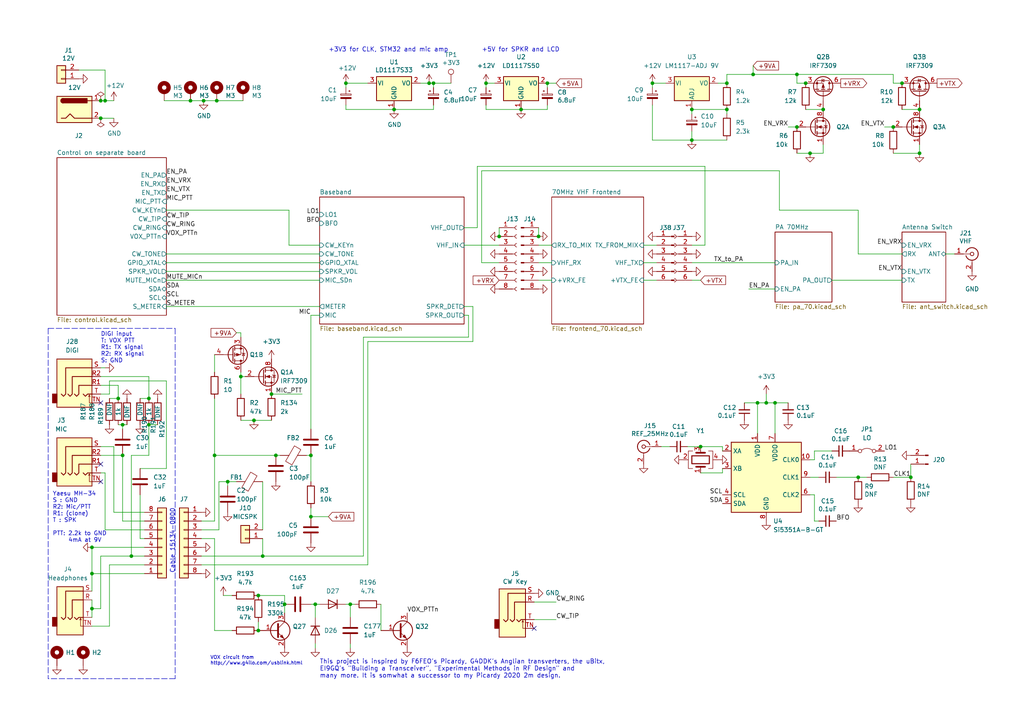
<source format=kicad_sch>
(kicad_sch (version 20211123) (generator eeschema)

  (uuid 7c83c304-769a-4be4-890e-297aba22b5b9)

  (paper "A4")

  (title_block
    (title "DART-70 TRX")
    (date "2023-03-04")
    (rev "0")
    (company "HB9EGM")
    (comment 1 "A 4m Band SSB/CW Transceiver")
  )

  

  (junction (at 222.25 116.84) (diameter 0) (color 0 0 0 0)
    (uuid 03889bb0-530a-4f17-942f-47bdd8c2143b)
  )
  (junction (at 74.93 182.88) (diameter 0) (color 0 0 0 0)
    (uuid 05f1488f-b95d-4647-953a-d2ec7eee61e9)
  )
  (junction (at 29.21 29.21) (diameter 0) (color 0 0 0 0)
    (uuid 0a082e3d-5a37-45bf-9936-1925b33d6b4f)
  )
  (junction (at 233.68 24.13) (diameter 0) (color 0 0 0 0)
    (uuid 0d713598-e0d7-4b64-806d-d27b5ae84128)
  )
  (junction (at 101.6 175.26) (diameter 0) (color 0 0 0 0)
    (uuid 0efaee8b-abcf-47a1-94ab-452bdfc4d10d)
  )
  (junction (at 248.92 138.43) (diameter 0) (color 0 0 0 0)
    (uuid 11ea7b85-b26d-4a7d-aaed-956352284452)
  )
  (junction (at 59.055 29.21) (diameter 0) (color 0 0 0 0)
    (uuid 130d74aa-cfde-4c45-8bfe-183aacd4590f)
  )
  (junction (at 266.7 44.45) (diameter 0) (color 0 0 0 0)
    (uuid 1379c036-b3e0-455b-b639-0f5dd015d03b)
  )
  (junction (at 210.82 24.13) (diameter 0) (color 0 0 0 0)
    (uuid 13b9a948-b29a-4475-8f42-f20ed3ed1c6a)
  )
  (junction (at 125.73 24.13) (diameter 0) (color 0 0 0 0)
    (uuid 1c29ab88-8089-4a9f-b0ec-e0493fb70d1a)
  )
  (junction (at 38.1 161.29) (diameter 0) (color 0 0 0 0)
    (uuid 2002fb77-6ce7-45e9-a078-9e559a07f8f6)
  )
  (junction (at 30.48 29.21) (diameter 0) (color 0 0 0 0)
    (uuid 248900dc-9b0b-4fb0-8b44-20e56324d88d)
  )
  (junction (at 29.21 34.29) (diameter 0) (color 0 0 0 0)
    (uuid 2bb5e7ab-7e6e-4e4b-8997-824caea277e9)
  )
  (junction (at 231.14 36.83) (diameter 0) (color 0 0 0 0)
    (uuid 2c691037-8de1-4537-a0ef-41ed59613839)
  )
  (junction (at 200.66 31.75) (diameter 0) (color 0 0 0 0)
    (uuid 398ec90b-61af-4d36-9539-63397d126e21)
  )
  (junction (at 156.21 68.58) (diameter 0) (color 0 0 0 0)
    (uuid 3f2e667c-7f64-4e6d-b9b3-bdcde11173db)
  )
  (junction (at 62.23 132.08) (diameter 0) (color 0 0 0 0)
    (uuid 3faced87-a683-4722-a968-6c8f858b2a89)
  )
  (junction (at 210.82 31.75) (diameter 0) (color 0 0 0 0)
    (uuid 4242ccf2-3c4d-4a22-8247-2311c54121ff)
  )
  (junction (at 231.14 21.59) (diameter 0) (color 0 0 0 0)
    (uuid 4750ee37-26c3-426a-a03a-0a50ee4de791)
  )
  (junction (at 55.245 29.21) (diameter 0) (color 0 0 0 0)
    (uuid 48d3528f-d200-4dbf-87c6-2835721afb0e)
  )
  (junction (at 26.67 158.75) (diameter 0) (color 0 0 0 0)
    (uuid 4909e963-8ed8-4cc7-a752-cf9a746ceb8a)
  )
  (junction (at 144.78 68.58) (diameter 0) (color 0 0 0 0)
    (uuid 49feb31b-fe70-4f82-99f6-3dbf467a2edc)
  )
  (junction (at 100.33 24.13) (diameter 0) (color 0 0 0 0)
    (uuid 547281cc-eb15-43de-9560-1b10e39a19ed)
  )
  (junction (at 91.44 175.26) (diameter 0) (color 0 0 0 0)
    (uuid 54fc4616-1350-49bf-925e-695b28bb395e)
  )
  (junction (at 238.76 31.75) (diameter 0) (color 0 0 0 0)
    (uuid 5591956a-807b-4208-83a4-6327422e118a)
  )
  (junction (at 26.67 176.53) (diameter 0) (color 0 0 0 0)
    (uuid 6b9394bd-5e58-42ea-a9a4-f58e854aea5c)
  )
  (junction (at 224.79 116.84) (diameter 0) (color 0 0 0 0)
    (uuid 7e67c67f-3a1d-491c-a9ea-d2c0b71576e9)
  )
  (junction (at 69.85 109.22) (diameter 0) (color 0 0 0 0)
    (uuid 8f8b4db5-ccfd-4760-89f5-ba5b4218d486)
  )
  (junction (at 259.08 36.83) (diameter 0) (color 0 0 0 0)
    (uuid 906f16af-3f1b-4545-bda0-18ebce89ce96)
  )
  (junction (at 140.97 24.13) (diameter 0) (color 0 0 0 0)
    (uuid 91bb5e66-90e9-4aff-b233-5b8d53e4ad1c)
  )
  (junction (at 124.46 24.13) (diameter 0) (color 0 0 0 0)
    (uuid 94eb2c38-e244-489c-ba32-44729ff54deb)
  )
  (junction (at 35.56 123.19) (diameter 0) (color 0 0 0 0)
    (uuid 9d55ccbc-4aa6-43b2-aa9c-42e27befe7f1)
  )
  (junction (at 26.67 166.37) (diameter 0) (color 0 0 0 0)
    (uuid 9fb2ca3c-8612-4c01-a40b-6e7e5895a1a0)
  )
  (junction (at 189.23 24.13) (diameter 0) (color 0 0 0 0)
    (uuid a01cdcc4-8ed1-4b36-8702-1b68481a60d9)
  )
  (junction (at 200.66 40.64) (diameter 0) (color 0 0 0 0)
    (uuid a13e5fb2-5800-4421-9e39-63277f01a71d)
  )
  (junction (at 264.16 138.43) (diameter 0) (color 0 0 0 0)
    (uuid a9fed849-c0d2-45ff-802c-7da3e4c52c0a)
  )
  (junction (at 78.74 114.3) (diameter 0) (color 0 0 0 0)
    (uuid aad4a030-3461-4b1e-9322-ba1ad3ac5597)
  )
  (junction (at 114.3 31.75) (diameter 0) (color 0 0 0 0)
    (uuid b0c265f7-c716-45d5-8397-630db4d2cf65)
  )
  (junction (at 218.44 21.59) (diameter 0) (color 0 0 0 0)
    (uuid b48c282b-d280-4718-bf3a-caf683cb767c)
  )
  (junction (at 82.55 175.26) (diameter 0) (color 0 0 0 0)
    (uuid c004f84b-d700-424b-b84c-a145b0082928)
  )
  (junction (at 35.56 132.08) (diameter 0) (color 0 0 0 0)
    (uuid c1ab7d65-d6a4-4014-80e6-4813d19456de)
  )
  (junction (at 74.93 172.72) (diameter 0) (color 0 0 0 0)
    (uuid c53356f3-b76d-4e9b-819d-f464046dcdf2)
  )
  (junction (at 34.29 115.57) (diameter 0) (color 0 0 0 0)
    (uuid cfd0ce93-955b-4a4c-b9df-adb69c4364b8)
  )
  (junction (at 234.95 44.45) (diameter 0) (color 0 0 0 0)
    (uuid d26d0a63-c69d-4774-9fba-12ed686b99f6)
  )
  (junction (at 73.66 121.92) (diameter 0) (color 0 0 0 0)
    (uuid d44ecef8-311a-4d38-9013-95c8299ff6b2)
  )
  (junction (at 62.865 29.21) (diameter 0) (color 0 0 0 0)
    (uuid d4b4dbc7-e763-47b2-a6cb-b5c021db8bcc)
  )
  (junction (at 66.04 139.7) (diameter 0) (color 0 0 0 0)
    (uuid d4c3f5bf-47cb-4030-92b0-bec21d62f389)
  )
  (junction (at 261.62 24.13) (diameter 0) (color 0 0 0 0)
    (uuid d531b677-92b2-4589-8265-ffb9f0a9f471)
  )
  (junction (at 80.01 132.08) (diameter 0) (color 0 0 0 0)
    (uuid d7ecc3d2-2b6e-4e36-92b9-1b58fb257359)
  )
  (junction (at 90.17 132.08) (diameter 0) (color 0 0 0 0)
    (uuid d9abc64c-b691-4ece-b128-4f1d7b31754f)
  )
  (junction (at 43.18 115.57) (diameter 0) (color 0 0 0 0)
    (uuid e9342213-9707-4d1c-a69f-a3da6fb99c7a)
  )
  (junction (at 158.75 24.13) (diameter 0) (color 0 0 0 0)
    (uuid eb69835d-9be6-45e6-b58c-d2902ddb8fb1)
  )
  (junction (at 266.7 31.75) (diameter 0) (color 0 0 0 0)
    (uuid eeabe6f1-2db7-4eed-bd0c-6e41b390284d)
  )
  (junction (at 90.17 149.86) (diameter 0) (color 0 0 0 0)
    (uuid ef105c45-a454-45c2-badb-d87d915177ef)
  )
  (junction (at 76.2 161.29) (diameter 0) (color 0 0 0 0)
    (uuid f4c650b7-943a-4c93-b622-c1362c969577)
  )
  (junction (at 219.71 116.84) (diameter 0) (color 0 0 0 0)
    (uuid f747ec33-420b-45bc-9778-b4604b083211)
  )
  (junction (at 151.13 31.75) (diameter 0) (color 0 0 0 0)
    (uuid f74be2ca-c140-4c85-937a-a008e4f4ddb7)
  )
  (junction (at 203.2 129.54) (diameter 0) (color 0 0 0 0)
    (uuid f8c9e2c3-818f-482b-ad48-f9fb56a455b0)
  )
  (junction (at 43.18 123.19) (diameter 0) (color 0 0 0 0)
    (uuid fd55beb5-af4c-45f5-9d86-830ec1cfc7da)
  )

  (no_connect (at 29.21 116.84) (uuid 2ccef648-ad61-491f-991d-149354748107))
  (no_connect (at 29.21 139.7) (uuid 891b06d0-7775-40c2-8d16-5452402b91d5))
  (no_connect (at 154.94 182.245) (uuid 9e56fb84-5b0b-47eb-9ee7-e24e7c08829b))
  (no_connect (at 29.21 134.62) (uuid b2135387-8c57-44ac-8ab3-29b54b43f871))

  (wire (pts (xy 29.21 34.29) (xy 33.02 34.29))
    (stroke (width 0) (type default) (color 0 0 0 0))
    (uuid 002154dd-fd21-426e-8f51-d82382197384)
  )
  (wire (pts (xy 144.78 66.04) (xy 144.78 68.58))
    (stroke (width 0) (type default) (color 0 0 0 0))
    (uuid 002bee17-761d-4946-b10f-f0b42371b19d)
  )
  (wire (pts (xy 248.92 60.96) (xy 248.92 73.66))
    (stroke (width 0) (type default) (color 0 0 0 0))
    (uuid 0051a5cc-b7c8-41b6-8151-8600227de8e2)
  )
  (wire (pts (xy 90.17 132.08) (xy 90.17 139.7))
    (stroke (width 0) (type default) (color 0 0 0 0))
    (uuid 008a59ee-36fb-4f36-a8b0-5cc99b1e8598)
  )
  (wire (pts (xy 248.92 73.66) (xy 261.62 73.66))
    (stroke (width 0) (type default) (color 0 0 0 0))
    (uuid 0116339a-5f0d-4745-a575-44652fb7d9b0)
  )
  (wire (pts (xy 29.21 111.76) (xy 34.29 111.76))
    (stroke (width 0) (type default) (color 0 0 0 0))
    (uuid 012e2806-a99e-44f3-bc66-c467def38bd2)
  )
  (wire (pts (xy 110.49 175.26) (xy 110.49 182.88))
    (stroke (width 0) (type default) (color 0 0 0 0))
    (uuid 025ac572-24f4-4397-b69b-bade669b4c40)
  )
  (wire (pts (xy 83.82 71.12) (xy 83.82 60.96))
    (stroke (width 0) (type default) (color 0 0 0 0))
    (uuid 04508b78-b957-4886-b3fa-3d951fb6452d)
  )
  (wire (pts (xy 236.22 133.35) (xy 234.95 133.35))
    (stroke (width 0) (type default) (color 0 0 0 0))
    (uuid 05f6334e-7131-4999-b788-1681af60d6df)
  )
  (wire (pts (xy 218.44 21.59) (xy 210.82 21.59))
    (stroke (width 0) (type default) (color 0 0 0 0))
    (uuid 09d1af20-c357-48ec-a10f-915c880f15b6)
  )
  (wire (pts (xy 158.75 24.13) (xy 158.75 25.4))
    (stroke (width 0) (type default) (color 0 0 0 0))
    (uuid 09fbb099-19ff-4c9e-b717-ff9eedac992b)
  )
  (wire (pts (xy 140.97 30.48) (xy 140.97 31.75))
    (stroke (width 0) (type default) (color 0 0 0 0))
    (uuid 0a3a19af-7bfa-4df3-9b73-b98420c4a518)
  )
  (wire (pts (xy 55.245 29.21) (xy 59.055 29.21))
    (stroke (width 0) (type default) (color 0 0 0 0))
    (uuid 0aad0e8d-0747-412b-85ac-039bbac4ff5e)
  )
  (wire (pts (xy 266.7 41.91) (xy 266.7 44.45))
    (stroke (width 0) (type default) (color 0 0 0 0))
    (uuid 0b3a2a48-0270-494e-962a-3658a00a0875)
  )
  (wire (pts (xy 226.06 60.96) (xy 248.92 60.96))
    (stroke (width 0) (type default) (color 0 0 0 0))
    (uuid 0bdff19d-fbde-4835-a259-d36d2ec0e6fd)
  )
  (wire (pts (xy 222.25 116.84) (xy 224.79 116.84))
    (stroke (width 0) (type default) (color 0 0 0 0))
    (uuid 0dd7a947-881a-4477-b1f8-b88536ca8809)
  )
  (wire (pts (xy 100.33 24.13) (xy 100.33 25.4))
    (stroke (width 0) (type default) (color 0 0 0 0))
    (uuid 11b5652b-07d3-428f-98d5-c354cf3693b1)
  )
  (wire (pts (xy 140.97 31.75) (xy 151.13 31.75))
    (stroke (width 0) (type default) (color 0 0 0 0))
    (uuid 160e3a4c-588b-4e79-ac75-f98bf80b7e0b)
  )
  (wire (pts (xy 210.82 31.75) (xy 210.82 33.02))
    (stroke (width 0) (type default) (color 0 0 0 0))
    (uuid 17fc291b-23f9-4de7-9168-978b13dcd03c)
  )
  (wire (pts (xy 63.5 153.67) (xy 63.5 139.7))
    (stroke (width 0) (type default) (color 0 0 0 0))
    (uuid 1869a25a-7405-4101-9da6-55f7c1e87e39)
  )
  (wire (pts (xy 26.67 166.37) (xy 41.91 166.37))
    (stroke (width 0) (type default) (color 0 0 0 0))
    (uuid 1bcf4a11-4c4f-42b8-9e84-ad79d97ffe8f)
  )
  (wire (pts (xy 69.85 96.52) (xy 68.58 96.52))
    (stroke (width 0) (type default) (color 0 0 0 0))
    (uuid 1c42fb18-8951-420c-93b3-b390805a99ab)
  )
  (wire (pts (xy 76.2 156.21) (xy 76.2 161.29))
    (stroke (width 0) (type default) (color 0 0 0 0))
    (uuid 1c9f0aaa-a7f3-4c99-ac2e-10f6713b49b4)
  )
  (wire (pts (xy 74.93 172.72) (xy 82.55 172.72))
    (stroke (width 0) (type default) (color 0 0 0 0))
    (uuid 1d4132f7-1f35-449b-a4a4-451bd4dc48ab)
  )
  (wire (pts (xy 35.56 123.19) (xy 36.83 123.19))
    (stroke (width 0) (type default) (color 0 0 0 0))
    (uuid 1f7003d3-e395-4fae-a4ec-81e60f5ef90f)
  )
  (wire (pts (xy 41.91 148.59) (xy 33.02 148.59))
    (stroke (width 0) (type default) (color 0 0 0 0))
    (uuid 216cd782-5819-4b5e-931f-7587d15e2161)
  )
  (wire (pts (xy 82.55 177.8) (xy 82.55 175.26))
    (stroke (width 0) (type default) (color 0 0 0 0))
    (uuid 219438ca-bd57-4fea-aeb4-810d77461a18)
  )
  (wire (pts (xy 193.04 24.13) (xy 189.23 24.13))
    (stroke (width 0) (type default) (color 0 0 0 0))
    (uuid 2199bdfc-0462-4363-af5e-16d8e19d600a)
  )
  (polyline (pts (xy 13.97 95.25) (xy 50.8 95.25))
    (stroke (width 0) (type default) (color 0 0 0 0))
    (uuid 246d8c70-0329-4f4d-9351-49df120458af)
  )

  (wire (pts (xy 73.66 121.92) (xy 78.74 121.92))
    (stroke (width 0) (type default) (color 0 0 0 0))
    (uuid 25eb4e9a-a9bc-41d9-ba86-5c87b9db25c8)
  )
  (wire (pts (xy 100.33 24.13) (xy 106.68 24.13))
    (stroke (width 0) (type default) (color 0 0 0 0))
    (uuid 28eca374-9b5c-4480-a1a6-52ddcbb57db2)
  )
  (wire (pts (xy 40.64 115.57) (xy 43.18 115.57))
    (stroke (width 0) (type default) (color 0 0 0 0))
    (uuid 2a3464a0-2ccd-434c-8817-4d7a2f14c67a)
  )
  (wire (pts (xy 234.95 138.43) (xy 237.49 138.43))
    (stroke (width 0) (type default) (color 0 0 0 0))
    (uuid 2a86319a-5a94-4745-ad80-6b5c02f72e82)
  )
  (wire (pts (xy 158.75 24.13) (xy 161.29 24.13))
    (stroke (width 0) (type default) (color 0 0 0 0))
    (uuid 2ea38bc3-7d3b-428e-a271-404ee98e752b)
  )
  (wire (pts (xy 135.89 91.44) (xy 135.89 97.79))
    (stroke (width 0) (type default) (color 0 0 0 0))
    (uuid 2f9b686c-0a8f-432b-9e90-c788e62691c6)
  )
  (wire (pts (xy 200.66 40.64) (xy 210.82 40.64))
    (stroke (width 0) (type default) (color 0 0 0 0))
    (uuid 33f01d9a-6abc-40a9-9b6b-d34bddbf731f)
  )
  (wire (pts (xy 256.54 36.83) (xy 259.08 36.83))
    (stroke (width 0) (type default) (color 0 0 0 0))
    (uuid 345987da-5aa5-4c5e-90e1-ddf0086ed5fb)
  )
  (wire (pts (xy 58.42 161.29) (xy 76.2 161.29))
    (stroke (width 0) (type default) (color 0 0 0 0))
    (uuid 361f9eaf-2e29-4825-b35a-439064c6d2db)
  )
  (wire (pts (xy 91.44 175.26) (xy 92.71 175.26))
    (stroke (width 0) (type default) (color 0 0 0 0))
    (uuid 36854e14-46fb-4279-bf79-0322ad1da42a)
  )
  (wire (pts (xy 62.23 102.87) (xy 62.23 107.95))
    (stroke (width 0) (type default) (color 0 0 0 0))
    (uuid 3729b657-384d-440e-9b38-b75590f72741)
  )
  (wire (pts (xy 139.7 76.2) (xy 144.78 76.2))
    (stroke (width 0) (type default) (color 0 0 0 0))
    (uuid 3a4811bf-b539-4978-b0d8-fe47f179161b)
  )
  (wire (pts (xy 67.31 172.72) (xy 64.77 172.72))
    (stroke (width 0) (type default) (color 0 0 0 0))
    (uuid 3cddbb36-7343-44a2-9871-f6b2e73f7d17)
  )
  (wire (pts (xy 134.62 66.04) (xy 138.43 66.04))
    (stroke (width 0) (type default) (color 0 0 0 0))
    (uuid 3ee41aac-558c-43a3-a816-e31001ae8352)
  )
  (wire (pts (xy 48.26 76.2) (xy 92.71 76.2))
    (stroke (width 0) (type default) (color 0 0 0 0))
    (uuid 3eeccf02-360d-4377-89f3-2458946d5853)
  )
  (wire (pts (xy 62.23 156.21) (xy 62.23 182.88))
    (stroke (width 0) (type default) (color 0 0 0 0))
    (uuid 401f2d1f-acc6-4e14-9963-49ecb3bd4627)
  )
  (wire (pts (xy 41.91 158.75) (xy 26.67 158.75))
    (stroke (width 0) (type default) (color 0 0 0 0))
    (uuid 4112aabb-0408-4a3a-9841-f57862637df1)
  )
  (wire (pts (xy 158.75 31.75) (xy 151.13 31.75))
    (stroke (width 0) (type default) (color 0 0 0 0))
    (uuid 443127ca-ab31-4ac0-90cc-723625487807)
  )
  (wire (pts (xy 208.28 24.13) (xy 210.82 24.13))
    (stroke (width 0) (type default) (color 0 0 0 0))
    (uuid 4435e8ff-b63e-4b32-81db-49caa0dd6c5f)
  )
  (wire (pts (xy 69.85 107.95) (xy 69.85 109.22))
    (stroke (width 0) (type default) (color 0 0 0 0))
    (uuid 469d1dea-56e9-4051-acba-b2ec5e9a2c33)
  )
  (wire (pts (xy 137.16 99.06) (xy 106.68 99.06))
    (stroke (width 0) (type default) (color 0 0 0 0))
    (uuid 486a1fd1-79e7-4a68-b1ac-61ed26e2b36d)
  )
  (wire (pts (xy 48.26 110.49) (xy 48.26 135.89))
    (stroke (width 0) (type default) (color 0 0 0 0))
    (uuid 48ad150c-3074-4e76-bbd8-ec98c624b5bc)
  )
  (wire (pts (xy 62.23 115.57) (xy 62.23 132.08))
    (stroke (width 0) (type default) (color 0 0 0 0))
    (uuid 496b1a5f-d49c-4515-8e6b-7fb584585bdd)
  )
  (polyline (pts (xy 50.8 95.25) (xy 50.8 196.85))
    (stroke (width 0) (type default) (color 0 0 0 0))
    (uuid 4b105a5f-5ed5-49ae-8bb9-f1d8c5566b50)
  )

  (wire (pts (xy 135.89 97.79) (xy 105.41 97.79))
    (stroke (width 0) (type default) (color 0 0 0 0))
    (uuid 4c2ca5f1-ff49-468e-a870-b80100e1827e)
  )
  (wire (pts (xy 210.82 21.59) (xy 210.82 24.13))
    (stroke (width 0) (type default) (color 0 0 0 0))
    (uuid 4c57c394-f97c-4a0b-80d4-0b5157781c3b)
  )
  (wire (pts (xy 76.2 161.29) (xy 105.41 161.29))
    (stroke (width 0) (type default) (color 0 0 0 0))
    (uuid 4d2c10b1-9329-409f-bc4d-94aebd58963e)
  )
  (wire (pts (xy 261.62 31.75) (xy 266.7 31.75))
    (stroke (width 0) (type default) (color 0 0 0 0))
    (uuid 4d5acc98-17ff-4e60-af52-349a1269dddf)
  )
  (wire (pts (xy 139.7 49.53) (xy 139.7 76.2))
    (stroke (width 0) (type default) (color 0 0 0 0))
    (uuid 4ecfe5c5-d7fc-4d05-be28-1ed42c507ec3)
  )
  (wire (pts (xy 219.71 116.84) (xy 222.25 116.84))
    (stroke (width 0) (type default) (color 0 0 0 0))
    (uuid 5130484e-13a2-434f-935d-3be30d7a93c9)
  )
  (wire (pts (xy 156.21 81.28) (xy 160.02 81.28))
    (stroke (width 0) (type default) (color 0 0 0 0))
    (uuid 52d9d6dd-4266-418b-bf9a-446977053e6f)
  )
  (wire (pts (xy 29.21 161.29) (xy 29.21 176.53))
    (stroke (width 0) (type default) (color 0 0 0 0))
    (uuid 53bb37bd-6ad6-430f-b5e5-21e40448d528)
  )
  (wire (pts (xy 29.21 176.53) (xy 26.67 176.53))
    (stroke (width 0) (type default) (color 0 0 0 0))
    (uuid 568b5dd5-7629-4c3d-9388-eaa54c2762b1)
  )
  (wire (pts (xy 47.625 29.21) (xy 55.245 29.21))
    (stroke (width 0) (type default) (color 0 0 0 0))
    (uuid 579d81c4-8fa6-40d5-b99a-d160787b45b9)
  )
  (wire (pts (xy 58.42 163.83) (xy 106.68 163.83))
    (stroke (width 0) (type default) (color 0 0 0 0))
    (uuid 57be2951-306e-483f-b29a-c5289beae3a0)
  )
  (wire (pts (xy 58.42 153.67) (xy 63.5 153.67))
    (stroke (width 0) (type default) (color 0 0 0 0))
    (uuid 58e4fb93-6235-473b-af92-bf79be065bda)
  )
  (wire (pts (xy 204.47 48.26) (xy 204.47 71.12))
    (stroke (width 0) (type default) (color 0 0 0 0))
    (uuid 5a05460d-15bc-4058-86e6-a6bff5598db7)
  )
  (wire (pts (xy 218.44 19.05) (xy 218.44 21.59))
    (stroke (width 0) (type default) (color 0 0 0 0))
    (uuid 5afca071-0542-406b-83f5-f8ed30e05c4c)
  )
  (wire (pts (xy 138.43 48.26) (xy 204.47 48.26))
    (stroke (width 0) (type default) (color 0 0 0 0))
    (uuid 5c0ae8f2-fb0b-4cbf-bd78-f6131c18140d)
  )
  (wire (pts (xy 134.62 91.44) (xy 135.89 91.44))
    (stroke (width 0) (type default) (color 0 0 0 0))
    (uuid 5c0d735a-ca1c-4202-8faf-02e515d1181f)
  )
  (wire (pts (xy 259.08 21.59) (xy 231.14 21.59))
    (stroke (width 0) (type default) (color 0 0 0 0))
    (uuid 5ea05504-bb96-4847-90cf-26cb1afd4244)
  )
  (wire (pts (xy 91.44 175.26) (xy 91.44 179.07))
    (stroke (width 0) (type default) (color 0 0 0 0))
    (uuid 5ed02c6b-f3b8-4641-86b2-3c4cac92a5b4)
  )
  (wire (pts (xy 101.6 186.69) (xy 101.6 187.96))
    (stroke (width 0) (type default) (color 0 0 0 0))
    (uuid 5ed5b405-912e-49a2-adbb-ff35d95f4100)
  )
  (wire (pts (xy 76.2 139.7) (xy 76.2 153.67))
    (stroke (width 0) (type default) (color 0 0 0 0))
    (uuid 601c5479-68c8-4d7c-bbde-860bd11a7597)
  )
  (wire (pts (xy 38.1 161.29) (xy 29.21 161.29))
    (stroke (width 0) (type default) (color 0 0 0 0))
    (uuid 6062b414-90cb-4cef-839a-25d90087f1b4)
  )
  (wire (pts (xy 38.1 132.08) (xy 43.18 132.08))
    (stroke (width 0) (type default) (color 0 0 0 0))
    (uuid 60d27bb0-faad-48a9-89c1-b059b592a640)
  )
  (wire (pts (xy 35.56 151.13) (xy 41.91 151.13))
    (stroke (width 0) (type default) (color 0 0 0 0))
    (uuid 6123b0cd-d677-4963-a353-8d6b35692422)
  )
  (polyline (pts (xy 50.8 196.85) (xy 13.97 196.85))
    (stroke (width 0) (type default) (color 0 0 0 0))
    (uuid 6188cf07-9c8d-498a-9db9-9718888dfe39)
  )

  (wire (pts (xy 124.46 24.13) (xy 125.73 24.13))
    (stroke (width 0) (type default) (color 0 0 0 0))
    (uuid 63da3512-bd51-489d-833d-20bce6d76019)
  )
  (wire (pts (xy 241.3 130.81) (xy 236.22 130.81))
    (stroke (width 0) (type default) (color 0 0 0 0))
    (uuid 64e90390-0f4c-4cc1-bafa-363ce23516e9)
  )
  (wire (pts (xy 236.22 151.13) (xy 236.22 143.51))
    (stroke (width 0) (type default) (color 0 0 0 0))
    (uuid 65dd0601-a23d-4c5d-b924-966fc498cbfc)
  )
  (wire (pts (xy 238.76 44.45) (xy 234.95 44.45))
    (stroke (width 0) (type default) (color 0 0 0 0))
    (uuid 67fd7240-7a2e-4504-8c70-47b3112c634e)
  )
  (wire (pts (xy 26.67 166.37) (xy 26.67 171.45))
    (stroke (width 0) (type default) (color 0 0 0 0))
    (uuid 696f862b-a951-463f-ad29-011c067090d6)
  )
  (wire (pts (xy 236.22 143.51) (xy 234.95 143.51))
    (stroke (width 0) (type default) (color 0 0 0 0))
    (uuid 699bee8c-8bc3-4aa6-b4ed-0aa4d255078a)
  )
  (wire (pts (xy 29.21 114.3) (xy 31.75 114.3))
    (stroke (width 0) (type default) (color 0 0 0 0))
    (uuid 6a5afd47-09df-4a89-803d-e13998688277)
  )
  (wire (pts (xy 38.1 161.29) (xy 38.1 132.08))
    (stroke (width 0) (type default) (color 0 0 0 0))
    (uuid 6ac2f4eb-9300-4682-9dca-8ec36d45a0ab)
  )
  (wire (pts (xy 224.79 116.84) (xy 224.79 125.73))
    (stroke (width 0) (type default) (color 0 0 0 0))
    (uuid 6b09c60c-c53b-47dd-b8b8-94f682cd2086)
  )
  (wire (pts (xy 58.42 151.13) (xy 62.23 151.13))
    (stroke (width 0) (type default) (color 0 0 0 0))
    (uuid 6cc72bfd-2651-4e90-af42-5d6cec3950c1)
  )
  (wire (pts (xy 156.21 66.04) (xy 156.21 68.58))
    (stroke (width 0) (type default) (color 0 0 0 0))
    (uuid 6d63f93a-5c70-4c67-8eef-6977db41fdd0)
  )
  (wire (pts (xy 26.67 173.99) (xy 26.67 176.53))
    (stroke (width 0) (type default) (color 0 0 0 0))
    (uuid 7019dafb-64b4-4e22-837e-9f37341a0157)
  )
  (wire (pts (xy 48.26 78.74) (xy 92.71 78.74))
    (stroke (width 0) (type default) (color 0 0 0 0))
    (uuid 73062404-be1b-4744-bd1e-9e3d624b8fb3)
  )
  (wire (pts (xy 66.04 139.7) (xy 68.58 139.7))
    (stroke (width 0) (type default) (color 0 0 0 0))
    (uuid 735e33ba-0601-4acb-983d-1656020ec14e)
  )
  (wire (pts (xy 259.08 24.13) (xy 261.62 24.13))
    (stroke (width 0) (type default) (color 0 0 0 0))
    (uuid 73697aae-1f79-401a-bdaa-9ebc2f2340de)
  )
  (wire (pts (xy 140.97 24.13) (xy 140.97 25.4))
    (stroke (width 0) (type default) (color 0 0 0 0))
    (uuid 7471700d-9a5d-406e-b9fc-bdeed49379fa)
  )
  (wire (pts (xy 30.48 29.21) (xy 33.02 29.21))
    (stroke (width 0) (type default) (color 0 0 0 0))
    (uuid 74760d5b-303c-4603-ac2e-6b5209546581)
  )
  (polyline (pts (xy 13.97 95.25) (xy 13.97 196.85))
    (stroke (width 0) (type default) (color 0 0 0 0))
    (uuid 74e37401-14d3-4e3c-84ed-7ddb4d75b44f)
  )

  (wire (pts (xy 29.21 129.54) (xy 33.02 129.54))
    (stroke (width 0) (type default) (color 0 0 0 0))
    (uuid 754f923b-5aa7-4d87-b589-d53346af6023)
  )
  (wire (pts (xy 62.23 182.88) (xy 67.31 182.88))
    (stroke (width 0) (type default) (color 0 0 0 0))
    (uuid 77cc857c-e045-46ac-921a-7b86818ca625)
  )
  (wire (pts (xy 156.21 76.2) (xy 160.02 76.2))
    (stroke (width 0) (type default) (color 0 0 0 0))
    (uuid 7887f659-7796-4d20-b8ec-45fe37db4d3b)
  )
  (wire (pts (xy 22.86 20.32) (xy 30.48 20.32))
    (stroke (width 0) (type default) (color 0 0 0 0))
    (uuid 79aced1b-30d4-4883-86bf-8a38d664736a)
  )
  (wire (pts (xy 134.62 71.12) (xy 144.78 71.12))
    (stroke (width 0) (type default) (color 0 0 0 0))
    (uuid 7b959fed-4370-4448-9d17-fbc4f5703c60)
  )
  (wire (pts (xy 31.75 115.57) (xy 34.29 115.57))
    (stroke (width 0) (type default) (color 0 0 0 0))
    (uuid 7c8f4fb6-d76c-4fd6-89a0-af30aa8d7cb9)
  )
  (wire (pts (xy 242.57 138.43) (xy 248.92 138.43))
    (stroke (width 0) (type default) (color 0 0 0 0))
    (uuid 7d4200e5-e280-4699-af56-048ba84247d3)
  )
  (wire (pts (xy 81.28 132.08) (xy 80.01 132.08))
    (stroke (width 0) (type default) (color 0 0 0 0))
    (uuid 7fcd6903-4017-464e-a708-1e51b67dd39f)
  )
  (wire (pts (xy 26.67 158.75) (xy 26.67 166.37))
    (stroke (width 0) (type default) (color 0 0 0 0))
    (uuid 80203512-93fd-487a-a00c-1916502463c3)
  )
  (wire (pts (xy 137.16 88.9) (xy 137.16 99.06))
    (stroke (width 0) (type default) (color 0 0 0 0))
    (uuid 812f91c0-f736-4383-bfee-2790347c3abf)
  )
  (wire (pts (xy 90.17 149.86) (xy 95.25 149.86))
    (stroke (width 0) (type default) (color 0 0 0 0))
    (uuid 816e41e9-8ef8-4e70-a70f-02175bdc97c4)
  )
  (wire (pts (xy 234.95 44.45) (xy 231.14 44.45))
    (stroke (width 0) (type default) (color 0 0 0 0))
    (uuid 86c60f4b-4421-4865-beff-ed93adca8ac2)
  )
  (wire (pts (xy 186.69 76.2) (xy 190.5 76.2))
    (stroke (width 0) (type default) (color 0 0 0 0))
    (uuid 89f5cd17-8501-4243-bc98-0e8a1aab3a95)
  )
  (wire (pts (xy 69.85 109.22) (xy 69.85 114.3))
    (stroke (width 0) (type default) (color 0 0 0 0))
    (uuid 8a096409-910f-4b78-890d-9e8768ba72ab)
  )
  (wire (pts (xy 43.18 109.22) (xy 29.21 109.22))
    (stroke (width 0) (type default) (color 0 0 0 0))
    (uuid 8c21da1a-7f0f-49f7-bf28-d155cb03be4b)
  )
  (wire (pts (xy 34.29 123.19) (xy 35.56 123.19))
    (stroke (width 0) (type default) (color 0 0 0 0))
    (uuid 8d12d79e-51f7-4ca7-b044-3e4e258b0ca7)
  )
  (wire (pts (xy 237.49 151.13) (xy 236.22 151.13))
    (stroke (width 0) (type default) (color 0 0 0 0))
    (uuid 8e0abe23-8e7e-48a9-af11-f26197bd8fbf)
  )
  (wire (pts (xy 74.93 180.34) (xy 74.93 182.88))
    (stroke (width 0) (type default) (color 0 0 0 0))
    (uuid 8f1ab95b-1867-4005-8242-092f60cbfea5)
  )
  (wire (pts (xy 189.23 30.48) (xy 189.23 40.64))
    (stroke (width 0) (type default) (color 0 0 0 0))
    (uuid 8f5c2a3a-b2da-434e-8810-9da52a5e413a)
  )
  (wire (pts (xy 29.21 132.08) (xy 35.56 132.08))
    (stroke (width 0) (type default) (color 0 0 0 0))
    (uuid 8fe92221-afec-47ce-a89d-2a3cf937d9a2)
  )
  (wire (pts (xy 35.56 123.19) (xy 35.56 124.46))
    (stroke (width 0) (type default) (color 0 0 0 0))
    (uuid 900073c8-27f0-4864-bec9-14e524ac2d69)
  )
  (wire (pts (xy 134.62 88.9) (xy 137.16 88.9))
    (stroke (width 0) (type default) (color 0 0 0 0))
    (uuid 906c4fbb-4fdd-48c5-aa07-85c56299e46a)
  )
  (wire (pts (xy 90.17 147.32) (xy 90.17 149.86))
    (stroke (width 0) (type default) (color 0 0 0 0))
    (uuid 91c438b1-678d-4a85-be0e-771bfbc58931)
  )
  (wire (pts (xy 233.68 31.75) (xy 238.76 31.75))
    (stroke (width 0) (type default) (color 0 0 0 0))
    (uuid 92dfb53a-5556-47b1-8088-214aebbc803d)
  )
  (wire (pts (xy 92.71 91.44) (xy 90.17 91.44))
    (stroke (width 0) (type default) (color 0 0 0 0))
    (uuid 935427ba-97bd-4319-b38c-51b473619c8a)
  )
  (wire (pts (xy 34.29 111.76) (xy 34.29 115.57))
    (stroke (width 0) (type default) (color 0 0 0 0))
    (uuid 93dc0368-dae8-476c-8070-e86bda493011)
  )
  (wire (pts (xy 158.75 30.48) (xy 158.75 31.75))
    (stroke (width 0) (type default) (color 0 0 0 0))
    (uuid 96e30a9c-78b6-4d1a-bc72-6cbdc7743876)
  )
  (wire (pts (xy 90.17 91.44) (xy 90.17 124.46))
    (stroke (width 0) (type default) (color 0 0 0 0))
    (uuid 9792cf44-3261-4d9f-8ae0-31fdeec0dc70)
  )
  (wire (pts (xy 35.56 151.13) (xy 35.56 132.08))
    (stroke (width 0) (type default) (color 0 0 0 0))
    (uuid 98ea83ac-41c6-4b7d-be63-41372bbd6e24)
  )
  (wire (pts (xy 100.33 30.48) (xy 100.33 31.75))
    (stroke (width 0) (type default) (color 0 0 0 0))
    (uuid 99f8394d-1325-4f0e-9ed0-19dceab6e1f9)
  )
  (wire (pts (xy 62.23 132.08) (xy 80.01 132.08))
    (stroke (width 0) (type default) (color 0 0 0 0))
    (uuid 9c3d736f-f850-40b5-83bf-bf71ce2d8e7c)
  )
  (wire (pts (xy 105.41 97.79) (xy 105.41 161.29))
    (stroke (width 0) (type default) (color 0 0 0 0))
    (uuid 9c4c0112-7564-4034-996a-b0e56c2141a6)
  )
  (wire (pts (xy 186.69 71.12) (xy 190.5 71.12))
    (stroke (width 0) (type default) (color 0 0 0 0))
    (uuid 9d00ede8-7480-44d8-b21e-d16dd17b75ac)
  )
  (wire (pts (xy 228.6 116.84) (xy 224.79 116.84))
    (stroke (width 0) (type default) (color 0 0 0 0))
    (uuid 9d3a7a2b-8bae-4d82-8634-16a99f57e389)
  )
  (wire (pts (xy 33.02 129.54) (xy 33.02 148.59))
    (stroke (width 0) (type default) (color 0 0 0 0))
    (uuid 9d5b6cd8-17f0-45de-b87b-5c8a0bd4db14)
  )
  (wire (pts (xy 228.6 36.83) (xy 231.14 36.83))
    (stroke (width 0) (type default) (color 0 0 0 0))
    (uuid a057c374-c462-4764-bd16-2c00eef92afa)
  )
  (wire (pts (xy 48.26 81.28) (xy 92.71 81.28))
    (stroke (width 0) (type default) (color 0 0 0 0))
    (uuid a1864b64-1865-4240-b098-5056fb759def)
  )
  (wire (pts (xy 154.94 174.625) (xy 161.29 174.625))
    (stroke (width 0) (type default) (color 0 0 0 0))
    (uuid a1abde39-78d5-402d-bb1c-75243c61d29b)
  )
  (wire (pts (xy 222.25 114.3) (xy 222.25 116.84))
    (stroke (width 0) (type default) (color 0 0 0 0))
    (uuid a39008b0-0dd6-44dc-b176-ab03b6874ae7)
  )
  (wire (pts (xy 274.32 73.66) (xy 276.86 73.66))
    (stroke (width 0) (type default) (color 0 0 0 0))
    (uuid a43beeeb-0d60-44c9-bc6b-40c9e75459e8)
  )
  (wire (pts (xy 88.9 132.08) (xy 90.17 132.08))
    (stroke (width 0) (type default) (color 0 0 0 0))
    (uuid a5f4f26e-4b82-496f-b7bb-4ed4211f8100)
  )
  (wire (pts (xy 100.33 31.75) (xy 114.3 31.75))
    (stroke (width 0) (type default) (color 0 0 0 0))
    (uuid a69bb6f5-978b-49bb-9446-4ec9cfe4501e)
  )
  (wire (pts (xy 82.55 175.26) (xy 82.55 172.72))
    (stroke (width 0) (type default) (color 0 0 0 0))
    (uuid a6baa060-c82d-461a-96f5-4f21d73265a4)
  )
  (wire (pts (xy 259.08 21.59) (xy 259.08 24.13))
    (stroke (width 0) (type default) (color 0 0 0 0))
    (uuid a7349b87-3477-4ba5-bc62-3587f94ab817)
  )
  (wire (pts (xy 66.04 140.97) (xy 66.04 139.7))
    (stroke (width 0) (type default) (color 0 0 0 0))
    (uuid a8d341ec-3332-4d82-8a1f-e52e32f564f1)
  )
  (wire (pts (xy 63.5 139.7) (xy 66.04 139.7))
    (stroke (width 0) (type default) (color 0 0 0 0))
    (uuid a9276ad3-2500-44c6-895a-e842a0033021)
  )
  (wire (pts (xy 40.64 143.51) (xy 40.64 156.21))
    (stroke (width 0) (type default) (color 0 0 0 0))
    (uuid a97e4f3d-f371-47f1-8ee9-cbe61c23c759)
  )
  (wire (pts (xy 30.48 153.67) (xy 30.48 137.16))
    (stroke (width 0) (type default) (color 0 0 0 0))
    (uuid a99a526a-0727-4d5d-b793-47c299fd72ba)
  )
  (wire (pts (xy 69.85 97.79) (xy 69.85 96.52))
    (stroke (width 0) (type default) (color 0 0 0 0))
    (uuid ab033de2-6886-4e4c-b9c3-21d6481b406d)
  )
  (wire (pts (xy 138.43 66.04) (xy 138.43 48.26))
    (stroke (width 0) (type default) (color 0 0 0 0))
    (uuid ad195d4d-ed76-4a26-ac30-01da417bd64b)
  )
  (wire (pts (xy 69.85 109.22) (xy 71.12 109.22))
    (stroke (width 0) (type default) (color 0 0 0 0))
    (uuid ad4538db-3731-4206-9c84-06101425be48)
  )
  (wire (pts (xy 231.14 21.59) (xy 218.44 21.59))
    (stroke (width 0) (type default) (color 0 0 0 0))
    (uuid ad76707e-1f2e-4941-86a0-50951acd24bc)
  )
  (wire (pts (xy 91.44 186.69) (xy 91.44 187.96))
    (stroke (width 0) (type default) (color 0 0 0 0))
    (uuid add05f6f-edf6-4631-b6b3-35897f9e8c7b)
  )
  (wire (pts (xy 189.23 40.64) (xy 200.66 40.64))
    (stroke (width 0) (type default) (color 0 0 0 0))
    (uuid aed0a299-8aa6-4a50-b993-c38efe5fdd7a)
  )
  (wire (pts (xy 217.17 83.82) (xy 224.79 83.82))
    (stroke (width 0) (type default) (color 0 0 0 0))
    (uuid b056317e-32ca-4f2d-b310-fc1492cc5060)
  )
  (wire (pts (xy 90.17 175.26) (xy 91.44 175.26))
    (stroke (width 0) (type default) (color 0 0 0 0))
    (uuid b1a62f88-404d-483f-bb63-16c8188b4f3a)
  )
  (wire (pts (xy 189.23 24.13) (xy 189.23 25.4))
    (stroke (width 0) (type default) (color 0 0 0 0))
    (uuid b1ea2466-2371-4b96-9289-6c42e0f0b899)
  )
  (wire (pts (xy 62.23 151.13) (xy 62.23 132.08))
    (stroke (width 0) (type default) (color 0 0 0 0))
    (uuid b32653e4-7801-40ea-b61b-f0311c01d3b4)
  )
  (wire (pts (xy 266.7 44.45) (xy 259.08 44.45))
    (stroke (width 0) (type default) (color 0 0 0 0))
    (uuid b5cbe891-dcdf-4951-8f0a-b2c28e4293cd)
  )
  (wire (pts (xy 58.42 156.21) (xy 62.23 156.21))
    (stroke (width 0) (type default) (color 0 0 0 0))
    (uuid b66c197d-a987-4d64-bb63-7ddb1a72d7fd)
  )
  (wire (pts (xy 31.75 110.49) (xy 48.26 110.49))
    (stroke (width 0) (type default) (color 0 0 0 0))
    (uuid b81d0c78-d550-41d4-a1eb-117ebf171da9)
  )
  (wire (pts (xy 101.6 175.26) (xy 102.87 175.26))
    (stroke (width 0) (type default) (color 0 0 0 0))
    (uuid ba28163c-9ab2-44c5-b089-1433660941d6)
  )
  (wire (pts (xy 231.14 24.13) (xy 233.68 24.13))
    (stroke (width 0) (type default) (color 0 0 0 0))
    (uuid bb78f99c-6783-4afe-a661-68817d4180ab)
  )
  (wire (pts (xy 236.22 130.81) (xy 236.22 133.35))
    (stroke (width 0) (type default) (color 0 0 0 0))
    (uuid bcb20d96-4c0e-4c98-a263-0cdd41ab15e5)
  )
  (wire (pts (xy 31.75 114.3) (xy 31.75 110.49))
    (stroke (width 0) (type default) (color 0 0 0 0))
    (uuid bd0e4fad-23a4-44c5-8109-e923d950f5c3)
  )
  (wire (pts (xy 200.66 38.1) (xy 200.66 40.64))
    (stroke (width 0) (type default) (color 0 0 0 0))
    (uuid bda7a16e-b931-4d51-b769-ff5809beef5f)
  )
  (wire (pts (xy 48.26 60.96) (xy 83.82 60.96))
    (stroke (width 0) (type default) (color 0 0 0 0))
    (uuid bfce1213-d511-4811-bc9d-beb994b8b9fe)
  )
  (wire (pts (xy 31.75 163.83) (xy 31.75 181.61))
    (stroke (width 0) (type default) (color 0 0 0 0))
    (uuid c0738ee3-5ef6-48be-9a20-f10b8cdc3a6d)
  )
  (wire (pts (xy 41.91 161.29) (xy 38.1 161.29))
    (stroke (width 0) (type default) (color 0 0 0 0))
    (uuid c12b5903-2f75-49c3-8332-69e02fb1aff7)
  )
  (wire (pts (xy 41.91 156.21) (xy 40.64 156.21))
    (stroke (width 0) (type default) (color 0 0 0 0))
    (uuid c13eaffb-5c39-4e48-8c42-cc2bcee712b4)
  )
  (wire (pts (xy 219.71 116.84) (xy 219.71 125.73))
    (stroke (width 0) (type default) (color 0 0 0 0))
    (uuid c24d03f2-5bff-4d74-88e5-481cd2f1e035)
  )
  (wire (pts (xy 264.16 138.43) (xy 264.16 134.62))
    (stroke (width 0) (type default) (color 0 0 0 0))
    (uuid c48e879f-0b64-4f86-a8cf-003dbff29c4e)
  )
  (wire (pts (xy 226.06 49.53) (xy 226.06 60.96))
    (stroke (width 0) (type default) (color 0 0 0 0))
    (uuid c4edda47-532d-4e95-9fc8-38bd0ed58dfb)
  )
  (wire (pts (xy 106.68 99.06) (xy 106.68 163.83))
    (stroke (width 0) (type default) (color 0 0 0 0))
    (uuid c5747d63-7293-4c9e-a6a4-eaa0310e86ea)
  )
  (wire (pts (xy 186.69 81.28) (xy 190.5 81.28))
    (stroke (width 0) (type default) (color 0 0 0 0))
    (uuid c64a6907-65ea-4d9f-8271-b12257b06b60)
  )
  (wire (pts (xy 251.46 138.43) (xy 248.92 138.43))
    (stroke (width 0) (type default) (color 0 0 0 0))
    (uuid cbbfb5e5-7e85-4367-b6a7-9b21fc6d9e17)
  )
  (wire (pts (xy 139.7 49.53) (xy 226.06 49.53))
    (stroke (width 0) (type default) (color 0 0 0 0))
    (uuid cbd19eae-411c-4ba9-9265-3a6ab1b93364)
  )
  (wire (pts (xy 203.2 137.16) (xy 209.55 137.16))
    (stroke (width 0) (type default) (color 0 0 0 0))
    (uuid cc89f37d-2221-4ee8-a763-21432c733f93)
  )
  (wire (pts (xy 121.92 24.13) (xy 124.46 24.13))
    (stroke (width 0) (type default) (color 0 0 0 0))
    (uuid cdc3b2bb-9f60-476c-ac94-bf550b6e7b5e)
  )
  (wire (pts (xy 238.76 41.91) (xy 238.76 44.45))
    (stroke (width 0) (type default) (color 0 0 0 0))
    (uuid cdf8245b-2e03-441d-8536-8e14a3d0d2ff)
  )
  (wire (pts (xy 215.9 116.84) (xy 219.71 116.84))
    (stroke (width 0) (type default) (color 0 0 0 0))
    (uuid ceb52c7a-a12c-449a-be98-109b3a3bd409)
  )
  (wire (pts (xy 41.91 163.83) (xy 31.75 163.83))
    (stroke (width 0) (type default) (color 0 0 0 0))
    (uuid d1791382-8e9e-408d-8461-11f5ded4ad48)
  )
  (wire (pts (xy 29.21 29.21) (xy 30.48 29.21))
    (stroke (width 0) (type default) (color 0 0 0 0))
    (uuid d18620ef-44b4-47e8-b939-bb0398e91c85)
  )
  (wire (pts (xy 203.2 81.28) (xy 200.66 81.28))
    (stroke (width 0) (type default) (color 0 0 0 0))
    (uuid d3a84e57-57ed-4e86-bbef-110f27537e2d)
  )
  (wire (pts (xy 101.6 175.26) (xy 100.33 175.26))
    (stroke (width 0) (type default) (color 0 0 0 0))
    (uuid d45f846b-c301-44d2-87d8-543fb71fc96f)
  )
  (wire (pts (xy 209.55 129.54) (xy 209.55 130.81))
    (stroke (width 0) (type default) (color 0 0 0 0))
    (uuid d51dda35-7a1a-4d41-817a-7bb1f7f6ffd4)
  )
  (wire (pts (xy 125.73 24.13) (xy 130.81 24.13))
    (stroke (width 0) (type default) (color 0 0 0 0))
    (uuid d525e71e-c2ed-4851-a87b-7438f67fb580)
  )
  (wire (pts (xy 59.055 29.21) (xy 62.865 29.21))
    (stroke (width 0) (type default) (color 0 0 0 0))
    (uuid d5d26400-826e-40a5-a7b1-6a9ebbaedfb4)
  )
  (wire (pts (xy 204.47 71.12) (xy 200.66 71.12))
    (stroke (width 0) (type default) (color 0 0 0 0))
    (uuid d6359d4b-1c12-4663-b116-45be3135a185)
  )
  (wire (pts (xy 43.18 109.22) (xy 43.18 115.57))
    (stroke (width 0) (type default) (color 0 0 0 0))
    (uuid d69edc37-e033-4412-95fb-f9006872dc8c)
  )
  (wire (pts (xy 241.3 81.28) (xy 261.62 81.28))
    (stroke (width 0) (type default) (color 0 0 0 0))
    (uuid dd34928a-03c5-4a5d-a033-92155af70ac7)
  )
  (wire (pts (xy 140.97 24.13) (xy 143.51 24.13))
    (stroke (width 0) (type default) (color 0 0 0 0))
    (uuid dd927172-6a9a-406f-a951-4e7f78cebb7b)
  )
  (wire (pts (xy 101.6 179.07) (xy 101.6 175.26))
    (stroke (width 0) (type default) (color 0 0 0 0))
    (uuid df100a56-7392-493d-8b6e-86fc6143d01d)
  )
  (wire (pts (xy 62.865 29.21) (xy 70.485 29.21))
    (stroke (width 0) (type default) (color 0 0 0 0))
    (uuid dfd58d9e-0c03-4a20-9983-0d32c26093d8)
  )
  (wire (pts (xy 29.21 137.16) (xy 30.48 137.16))
    (stroke (width 0) (type default) (color 0 0 0 0))
    (uuid e0b9a722-e170-4302-a4fd-5e8753db7507)
  )
  (wire (pts (xy 26.67 176.53) (xy 26.67 179.07))
    (stroke (width 0) (type default) (color 0 0 0 0))
    (uuid e13bdf92-8a8e-480a-979d-89eb54f62599)
  )
  (wire (pts (xy 30.48 153.67) (xy 41.91 153.67))
    (stroke (width 0) (type default) (color 0 0 0 0))
    (uuid e14c95a1-54f8-45dd-a1c7-754772fa0aa1)
  )
  (wire (pts (xy 200.66 76.2) (xy 224.79 76.2))
    (stroke (width 0) (type default) (color 0 0 0 0))
    (uuid e172e707-37ee-4eca-bafc-b341a9ceabaa)
  )
  (wire (pts (xy 48.26 88.9) (xy 92.71 88.9))
    (stroke (width 0) (type default) (color 0 0 0 0))
    (uuid e1e720db-7dfc-41da-9ad4-b3768ff49c06)
  )
  (wire (pts (xy 114.3 31.75) (xy 125.73 31.75))
    (stroke (width 0) (type default) (color 0 0 0 0))
    (uuid e264f0d9-6386-4838-a810-81df8032f681)
  )
  (wire (pts (xy 30.48 20.32) (xy 30.48 29.21))
    (stroke (width 0) (type default) (color 0 0 0 0))
    (uuid e49f1b40-a83b-4b72-93d7-dd44349357c4)
  )
  (wire (pts (xy 43.18 123.19) (xy 45.72 123.19))
    (stroke (width 0) (type default) (color 0 0 0 0))
    (uuid e7845d68-e5dc-4948-b8be-e64f3e188bb5)
  )
  (wire (pts (xy 154.94 179.705) (xy 161.29 179.705))
    (stroke (width 0) (type default) (color 0 0 0 0))
    (uuid e7ac32f0-5e71-4c65-ac6f-730f4731f5f7)
  )
  (wire (pts (xy 48.26 73.66) (xy 92.71 73.66))
    (stroke (width 0) (type default) (color 0 0 0 0))
    (uuid e7fda734-bc52-4f7b-a47b-c1ec6d307d8f)
  )
  (wire (pts (xy 48.26 135.89) (xy 40.64 135.89))
    (stroke (width 0) (type default) (color 0 0 0 0))
    (uuid e91dad84-d131-4d30-aeb9-ac5dff4b3633)
  )
  (wire (pts (xy 264.16 138.43) (xy 259.08 138.43))
    (stroke (width 0) (type default) (color 0 0 0 0))
    (uuid ea6f4611-7eac-4b21-b232-fff65a738b95)
  )
  (wire (pts (xy 199.39 129.54) (xy 203.2 129.54))
    (stroke (width 0) (type default) (color 0 0 0 0))
    (uuid ea97e745-2bac-4983-a78b-499e0f8d7b6d)
  )
  (wire (pts (xy 200.66 31.75) (xy 210.82 31.75))
    (stroke (width 0) (type default) (color 0 0 0 0))
    (uuid eb9b3733-e4ec-4731-87f1-5f6fd8f11a68)
  )
  (wire (pts (xy 156.21 71.12) (xy 160.02 71.12))
    (stroke (width 0) (type default) (color 0 0 0 0))
    (uuid ecfe8984-0282-4208-8f3d-aa8b3adb9dd8)
  )
  (wire (pts (xy 73.66 121.92) (xy 69.85 121.92))
    (stroke (width 0) (type default) (color 0 0 0 0))
    (uuid f0e02b10-4b80-421d-bff9-70643e16b8eb)
  )
  (wire (pts (xy 83.82 71.12) (xy 92.71 71.12))
    (stroke (width 0) (type default) (color 0 0 0 0))
    (uuid f22441fb-3978-4762-b6a3-6def4069e413)
  )
  (wire (pts (xy 194.31 129.54) (xy 191.77 129.54))
    (stroke (width 0) (type default) (color 0 0 0 0))
    (uuid f38fd353-54b3-403a-9387-7ff36888e6a9)
  )
  (wire (pts (xy 203.2 129.54) (xy 209.55 129.54))
    (stroke (width 0) (type default) (color 0 0 0 0))
    (uuid f7008c47-327e-4961-9c20-bbaf09b0d636)
  )
  (wire (pts (xy 209.55 137.16) (xy 209.55 135.89))
    (stroke (width 0) (type default) (color 0 0 0 0))
    (uuid f841e691-04bf-4057-bcb4-476ba3910c05)
  )
  (wire (pts (xy 78.74 114.3) (xy 87.63 114.3))
    (stroke (width 0) (type default) (color 0 0 0 0))
    (uuid fa65e259-7efa-4f51-bd0f-f4ac061edaac)
  )
  (wire (pts (xy 125.73 30.48) (xy 125.73 31.75))
    (stroke (width 0) (type default) (color 0 0 0 0))
    (uuid fc244ca3-4412-44ac-b1f3-44d00d15b5ac)
  )
  (wire (pts (xy 200.66 31.75) (xy 200.66 33.02))
    (stroke (width 0) (type default) (color 0 0 0 0))
    (uuid fc4a7459-1bb4-4226-8823-ec552cb8417e)
  )
  (wire (pts (xy 43.18 123.19) (xy 43.18 132.08))
    (stroke (width 0) (type default) (color 0 0 0 0))
    (uuid fcd3e21a-290b-48f5-9d98-bf10da5f3f08)
  )
  (wire (pts (xy 29.21 106.68) (xy 30.48 106.68))
    (stroke (width 0) (type default) (color 0 0 0 0))
    (uuid fe6c5c62-a539-4eb7-88f4-5a724361eef1)
  )
  (wire (pts (xy 231.14 21.59) (xy 231.14 24.13))
    (stroke (width 0) (type default) (color 0 0 0 0))
    (uuid fe8a3f3f-3126-421d-b59c-37217ed6f49c)
  )
  (wire (pts (xy 125.73 24.13) (xy 125.73 25.4))
    (stroke (width 0) (type default) (color 0 0 0 0))
    (uuid ffb99ea8-48c3-486c-94d4-7034e45d57f7)
  )
  (wire (pts (xy 31.75 181.61) (xy 26.67 181.61))
    (stroke (width 0) (type default) (color 0 0 0 0))
    (uuid ffbbcbe6-15b0-480e-b792-9f7693fff52a)
  )

  (text "+5V for SPKR and LCD" (at 139.7 15.24 0)
    (effects (font (size 1.27 1.27)) (justify left bottom))
    (uuid 239d5a08-bfc0-4925-8e7a-6431dab8181d)
  )
  (text "VOX circuit from\nhttp://www.g4ilo.com/usblink.html"
    (at 60.96 193.04 0)
    (effects (font (size 1 1)) (justify left bottom))
    (uuid 690337fc-9d51-4dcd-a71e-55c152ad9d3e)
  )
  (text "Cable 15134-0800" (at 50.8 166.37 90)
    (effects (font (size 1.27 1.27)) (justify left bottom))
    (uuid 79e801b2-3848-4600-8f04-05e4cce85305)
  )
  (text "Yaesu MH-34\nS : GND\nR2: Mic/PTT\nR1: (clone)\nT : SPK\n\nPTT: 2.2k to GND\n     4mA at 9V"
    (at 15.24 157.48 0)
    (effects (font (size 1.1938 1.1938)) (justify left bottom))
    (uuid aa6d67fe-cd8b-468d-8447-611ba063ffe2)
  )
  (text "This project is inspired by F6FEO's Picardy, G4DDK's Anglian transverters, the uBitx,\nEI9GQ's \"Building a Transceiver\", \"Experimental Methods in RF Design\" and\nmany more. It is somwhat a successor to my Picardy 2020 2m design."
    (at 92.71 196.85 0)
    (effects (font (size 1.27 1.27)) (justify left bottom))
    (uuid cc99dfff-7e1c-41c9-90b0-50846ceea0a1)
  )
  (text "DIGI input\nT: VOX PTT\nR1: TX signal\nR2: RX signal\nS: GND"
    (at 29.21 105.41 0)
    (effects (font (size 1.1938 1.1938)) (justify left bottom))
    (uuid e5280dbc-7c9c-41bd-94e0-430ce12b2adc)
  )
  (text "+3V3 for CLK, STM32 and mic amp" (at 95.25 15.24 0)
    (effects (font (size 1.27 1.27)) (justify left bottom))
    (uuid fe3f7dc5-df73-4ed5-9e26-595b8cfa5333)
  )

  (label "TX_to_PA" (at 207.01 76.2 0)
    (effects (font (size 1.27 1.27)) (justify left bottom))
    (uuid 2ec14e45-c498-4099-b6a7-ce1facd68046)
  )
  (label "CLK1" (at 264.16 138.43 180)
    (effects (font (size 1.27 1.27)) (justify right bottom))
    (uuid 37559495-9dfc-4a54-80ee-fad84f20dc2a)
  )
  (label "SCL" (at 48.26 86.36 0)
    (effects (font (size 1.27 1.27)) (justify left bottom))
    (uuid 38bd102f-633a-4953-97ad-13bc577149af)
  )
  (label "SDA" (at 209.55 146.05 180)
    (effects (font (size 1.27 1.27)) (justify right bottom))
    (uuid 3e13cb83-601f-443a-a951-e96035da31e7)
  )
  (label "VOX_PTTn" (at 48.26 68.58 0)
    (effects (font (size 1.27 1.27)) (justify left bottom))
    (uuid 3fa4b4e1-2aba-4d5e-b59b-221659fe8990)
  )
  (label "EN_VRX" (at 48.26 53.34 0)
    (effects (font (size 1.27 1.27)) (justify left bottom))
    (uuid 618621f8-a3f4-49c8-9ea3-607c2df3756e)
  )
  (label "EN_PA" (at 217.17 83.82 0)
    (effects (font (size 1.27 1.27)) (justify left bottom))
    (uuid 695fa56a-671a-410f-94f3-9b23856076c0)
  )
  (label "EN_VRX" (at 228.6 36.83 180)
    (effects (font (size 1.27 1.27)) (justify right bottom))
    (uuid 74e98b59-36d3-4473-ba99-34512b96da7c)
  )
  (label "EN_VRX" (at 261.62 71.12 180)
    (effects (font (size 1.27 1.27)) (justify right bottom))
    (uuid 7537a782-1763-460e-ae31-9f2f473dc4e4)
  )
  (label "CW_RING" (at 161.29 174.625 0)
    (effects (font (size 1.27 1.27)) (justify left bottom))
    (uuid 7906f11d-49c0-4b99-b74d-443c82e1ec6a)
  )
  (label "EN_VTX" (at 256.54 36.83 180)
    (effects (font (size 1.27 1.27)) (justify right bottom))
    (uuid 7957ec6f-092b-4f74-8906-c6f8588033da)
  )
  (label "EN_VTX" (at 48.26 55.88 0)
    (effects (font (size 1.27 1.27)) (justify left bottom))
    (uuid 79771a5b-bbc0-45e2-b3e2-33121a4ba792)
  )
  (label "EN_PA" (at 48.26 50.8 0)
    (effects (font (size 1.27 1.27)) (justify left bottom))
    (uuid 7fb50f03-b808-46bc-b2b1-573487406fd3)
  )
  (label "EN_VTX" (at 261.62 78.74 180)
    (effects (font (size 1.27 1.27)) (justify right bottom))
    (uuid 7fda7dc4-9567-46c1-8ddc-3b7b56718e35)
  )
  (label "CW_RING" (at 48.26 66.04 0)
    (effects (font (size 1.27 1.27)) (justify left bottom))
    (uuid 85e987f3-11f0-4e85-9be0-8c79e37e02ec)
  )
  (label "SDA" (at 48.26 83.82 0)
    (effects (font (size 1.27 1.27)) (justify left bottom))
    (uuid 861fa728-ad72-4a0e-81c5-e00ac8e2afd5)
  )
  (label "VOX_PTTn" (at 118.11 177.8 0)
    (effects (font (size 1.27 1.27)) (justify left bottom))
    (uuid 9363c12b-73ca-4764-9b94-bd625f6dc121)
  )
  (label "MIC_PTT" (at 87.63 114.3 180)
    (effects (font (size 1.27 1.27)) (justify right bottom))
    (uuid 999a6700-22eb-4836-86fc-2c4c3f94e081)
  )
  (label "MIC_PTT" (at 48.26 58.42 0)
    (effects (font (size 1.27 1.27)) (justify left bottom))
    (uuid 9a533855-32f3-454c-b9eb-791fa757c655)
  )
  (label "CW_TIP" (at 48.26 63.5 0)
    (effects (font (size 1.27 1.27)) (justify left bottom))
    (uuid 9d366296-47c6-47a8-b170-ad51354d17b9)
  )
  (label "MIC" (at 90.17 91.44 180)
    (effects (font (size 1.27 1.27)) (justify right bottom))
    (uuid a60b880d-79d5-4af9-b917-73bba79e19a9)
  )
  (label "S_METER" (at 48.26 88.9 0)
    (effects (font (size 1.27 1.27)) (justify left bottom))
    (uuid ae9e6037-71e8-40b8-9d18-52132b11e130)
  )
  (label "LO1" (at 256.54 130.81 0)
    (effects (font (size 1.27 1.27)) (justify left bottom))
    (uuid b1685444-7ed2-49f0-840b-5ade5d456940)
  )
  (label "MUTE_MICn" (at 48.26 81.28 0)
    (effects (font (size 1.27 1.27)) (justify left bottom))
    (uuid cb0bacd7-3cb4-4f05-90bb-6eac18befcbf)
  )
  (label "LO1" (at 92.71 62.23 180)
    (effects (font (size 1.27 1.27)) (justify right bottom))
    (uuid cdac41f7-a7f2-4a3f-ba4b-bfc7d7f66152)
  )
  (label "BFO" (at 242.57 151.13 0)
    (effects (font (size 1.27 1.27)) (justify left bottom))
    (uuid e316d376-2303-43ce-9137-3f0af976260d)
  )
  (label "SCL" (at 209.55 143.51 180)
    (effects (font (size 1.27 1.27)) (justify right bottom))
    (uuid ee4f4482-0e91-4fc6-9eab-f13196efb328)
  )
  (label "CW_TIP" (at 161.29 179.705 0)
    (effects (font (size 1.27 1.27)) (justify left bottom))
    (uuid f1ca34a5-a3cd-4c57-9860-d136a96d83f6)
  )
  (label "BFO" (at 92.71 64.77 180)
    (effects (font (size 1.27 1.27)) (justify right bottom))
    (uuid f9d8824d-4312-4052-b7a4-29b601206a19)
  )

  (global_label "+VTX" (shape output) (at 271.78 24.13 0) (fields_autoplaced)
    (effects (font (size 1.27 1.27)) (justify left))
    (uuid 5715d411-82bf-4ac6-9f8b-b918cd54b27e)
    (property "Intersheet References" "${INTERSHEET_REFS}" (id 0) (at 279.0312 24.0506 0)
      (effects (font (size 1.27 1.27)) (justify left) hide)
    )
  )
  (global_label "+9VA" (shape input) (at 95.25 149.86 0) (fields_autoplaced)
    (effects (font (size 1.27 1.27)) (justify left))
    (uuid 6bdfb847-9880-4b1f-8fd6-0e3a4eccd64c)
    (property "Intersheet References" "${INTERSHEET_REFS}" (id 0) (at 102.6221 149.9394 0)
      (effects (font (size 1.27 1.27)) (justify left) hide)
    )
  )
  (global_label "+VRX" (shape output) (at 243.84 24.13 0) (fields_autoplaced)
    (effects (font (size 1.27 1.27)) (justify left))
    (uuid 8e3e968b-49f3-4efb-92bd-f40737515307)
    (property "Intersheet References" "${INTERSHEET_REFS}" (id 0) (at 251.3936 24.0506 0)
      (effects (font (size 1.27 1.27)) (justify left) hide)
    )
  )
  (global_label "+9VA" (shape input) (at 218.44 19.05 0) (fields_autoplaced)
    (effects (font (size 1.27 1.27)) (justify left))
    (uuid b3e01a68-c938-463c-b6ca-30fd22614c36)
    (property "Intersheet References" "${INTERSHEET_REFS}" (id 0) (at 225.8121 18.9706 0)
      (effects (font (size 1.27 1.27)) (justify left) hide)
    )
  )
  (global_label "+VRX" (shape input) (at 144.78 81.28 180) (fields_autoplaced)
    (effects (font (size 1.27 1.27)) (justify right))
    (uuid c079eb78-08f6-43ae-9a6f-0e3c2c3038d0)
    (property "Intersheet References" "${INTERSHEET_REFS}" (id 0) (at 137.2264 81.2006 0)
      (effects (font (size 1.27 1.27)) (justify right) hide)
    )
  )
  (global_label "+9VA" (shape input) (at 68.58 96.52 180) (fields_autoplaced)
    (effects (font (size 1.27 1.27)) (justify right))
    (uuid dbd0ed9a-743d-4c2b-b13f-8b06a78aceff)
    (property "Intersheet References" "${INTERSHEET_REFS}" (id 0) (at 61.2079 96.4406 0)
      (effects (font (size 1.27 1.27)) (justify right) hide)
    )
  )
  (global_label "+VTX" (shape input) (at 203.2 81.28 0) (fields_autoplaced)
    (effects (font (size 1.27 1.27)) (justify left))
    (uuid deea0e94-1421-4e7b-b63a-98b53f765626)
    (property "Intersheet References" "${INTERSHEET_REFS}" (id 0) (at 210.4512 81.2006 0)
      (effects (font (size 1.27 1.27)) (justify left) hide)
    )
  )
  (global_label "+5VA" (shape input) (at 161.29 24.13 0) (fields_autoplaced)
    (effects (font (size 1.27 1.27)) (justify left))
    (uuid f893aa0f-8cfb-41de-a86f-f149674614ad)
    (property "Intersheet References" "${INTERSHEET_REFS}" (id 0) (at 168.6621 24.2094 0)
      (effects (font (size 1.27 1.27)) (justify left) hide)
    )
  )

  (symbol (lib_id "power:GND") (at 222.25 151.13 0) (unit 1)
    (in_bom yes) (on_board yes) (fields_autoplaced)
    (uuid 0061bfb4-595e-4a80-898a-aee5ad06fb23)
    (property "Reference" "#PWR056" (id 0) (at 222.25 157.48 0)
      (effects (font (size 1.27 1.27)) hide)
    )
    (property "Value" "GND" (id 1) (at 222.2499 154.94 90)
      (effects (font (size 1.27 1.27)) (justify right) hide)
    )
    (property "Footprint" "" (id 2) (at 222.25 151.13 0)
      (effects (font (size 1.27 1.27)) hide)
    )
    (property "Datasheet" "" (id 3) (at 222.25 151.13 0)
      (effects (font (size 1.27 1.27)) hide)
    )
    (pin "1" (uuid e68652d2-f355-48cb-9617-e4581e89486c))
  )

  (symbol (lib_id "power:GND") (at 101.6 187.96 0) (unit 1)
    (in_bom yes) (on_board yes) (fields_autoplaced)
    (uuid 07c838eb-a24b-4013-bb3f-2502b2f07fa5)
    (property "Reference" "#PWR0263" (id 0) (at 101.6 194.31 0)
      (effects (font (size 1.27 1.27)) hide)
    )
    (property "Value" "GND" (id 1) (at 101.727 191.2112 90)
      (effects (font (size 1.27 1.27)) (justify right) hide)
    )
    (property "Footprint" "" (id 2) (at 101.6 187.96 0)
      (effects (font (size 1.27 1.27)) hide)
    )
    (property "Datasheet" "" (id 3) (at 101.6 187.96 0)
      (effects (font (size 1.27 1.27)) hide)
    )
    (pin "1" (uuid eb167b89-0b9b-45e3-8639-c2e3ec46109e))
  )

  (symbol (lib_name "CUI-SJ-43515TS-SMT_1") (lib_id "mpb:CUI-SJ-43515TS-SMT") (at 21.59 132.08 0) (unit 1)
    (in_bom yes) (on_board yes)
    (uuid 0c3d418e-6b9b-41d2-bfe3-e0fafdcc08df)
    (property "Reference" "J3" (id 0) (at 17.78 121.92 0))
    (property "Value" "MIC" (id 1) (at 17.78 124.46 0))
    (property "Footprint" "mpb:Jack_3.5mm_CUI_SJ-43515TS-SMT" (id 2) (at 16.51 146.05 0)
      (effects (font (size 1.27 1.27)) hide)
    )
    (property "Datasheet" "https://www.mouser.ch/datasheet/2/670/sj_4351x_smt-1779337.pdf" (id 3) (at 19.05 133.35 0)
      (effects (font (size 1.27 1.27)) hide)
    )
    (property "MPN" "SJ-43515TS-SMT-TR" (id 4) (at 21.59 132.08 0)
      (effects (font (size 1.27 1.27)) hide)
    )
    (property "Need_order" "0" (id 5) (at 21.59 132.08 0)
      (effects (font (size 1.27 1.27)) hide)
    )
    (pin "NC" (uuid 4a9ae459-917a-4e56-8550-a6e085fcb402))
    (pin "R1" (uuid b6b1f4a9-609f-40fb-86cb-75e53e708f1a))
    (pin "R2" (uuid ad04f755-0677-4e2e-877a-d2e2f3c1d776))
    (pin "S" (uuid d94a0a1d-24de-4760-a884-ab454c08e996))
    (pin "T" (uuid 706df1e6-f9b5-442a-9372-f462c30194f1))
    (pin "TN" (uuid 01525385-14b1-4fd0-a2ee-c26d8ec1982c))
  )

  (symbol (lib_id "power:GND") (at 90.17 157.48 0) (unit 1)
    (in_bom yes) (on_board yes) (fields_autoplaced)
    (uuid 0eddf3a3-680e-4189-b645-0f685f620bff)
    (property "Reference" "#PWR021" (id 0) (at 90.17 163.83 0)
      (effects (font (size 1.27 1.27)) hide)
    )
    (property "Value" "GND" (id 1) (at 90.297 160.7312 90)
      (effects (font (size 1.27 1.27)) (justify right) hide)
    )
    (property "Footprint" "" (id 2) (at 90.17 157.48 0)
      (effects (font (size 1.27 1.27)) hide)
    )
    (property "Datasheet" "" (id 3) (at 90.17 157.48 0)
      (effects (font (size 1.27 1.27)) hide)
    )
    (pin "1" (uuid 18cdbf1f-c81a-4e46-811e-86c4e8d65c42))
  )

  (symbol (lib_id "Regulator_Linear:LD1117S50TR_SOT223") (at 151.13 24.13 0) (unit 1)
    (in_bom yes) (on_board yes) (fields_autoplaced)
    (uuid 0f599ab7-5a53-4f5a-bde7-fcef2e2841ee)
    (property "Reference" "U2" (id 0) (at 151.13 16.51 0))
    (property "Value" "LD1117S50" (id 1) (at 151.13 19.05 0))
    (property "Footprint" "Package_TO_SOT_SMD:SOT-223-3_TabPin2" (id 2) (at 151.13 19.05 0)
      (effects (font (size 1.27 1.27)) hide)
    )
    (property "Datasheet" "/home/bram/Sync/Doc/Datasheet/ld1117.pdf" (id 3) (at 153.67 30.48 0)
      (effects (font (size 1.27 1.27)) hide)
    )
    (property "MPN" "LD1117S50CTR" (id 4) (at 151.13 24.13 0)
      (effects (font (size 1.27 1.27)) hide)
    )
    (property "Need_order" "0" (id 5) (at 151.13 24.13 0)
      (effects (font (size 1.27 1.27)) hide)
    )
    (pin "1" (uuid 0799cfe9-f73f-428f-86e0-5df9fe4be1b8))
    (pin "2" (uuid 9a642b0f-f010-4ca9-8892-5ba6582f9da8))
    (pin "3" (uuid df79b4b0-7939-4714-b2e0-4a118371874f))
  )

  (symbol (lib_id "Transistor_FET:IRF7309IPBF") (at 266.7 26.67 270) (mirror x) (unit 2)
    (in_bom yes) (on_board yes) (fields_autoplaced)
    (uuid 0f9e322e-4eb7-4922-ac71-ef5dee3be07c)
    (property "Reference" "Q3" (id 0) (at 266.7 16.51 90))
    (property "Value" "IRF7309" (id 1) (at 266.7 19.05 90))
    (property "Footprint" "Package_SO:SOIC-8_3.9x4.9mm_P1.27mm" (id 2) (at 264.795 21.59 0)
      (effects (font (size 1.27 1.27)) (justify left) hide)
    )
    (property "Datasheet" "/home/bram/Sync/Doc/Datasheet/IRF7309.pdf" (id 3) (at 266.7 24.13 0)
      (effects (font (size 1.27 1.27)) (justify left) hide)
    )
    (property "MPN" "IRF7309TRPBF" (id 5) (at 266.7 26.67 90)
      (effects (font (size 1.27 1.27)) hide)
    )
    (property "Need_order" "0" (id 4) (at 266.7 26.67 90)
      (effects (font (size 1.27 1.27)) hide)
    )
    (pin "1" (uuid d98f2c33-a62f-4cf8-87a2-61168649f191))
    (pin "2" (uuid bdee35fb-588c-4510-94fc-9a9ca1702855))
    (pin "7" (uuid 4c5df834-caa7-40ab-8e75-6d6bbfd257bb))
    (pin "8" (uuid c1dec542-6b7e-4205-9ad8-759154cc29f3))
    (pin "3" (uuid cbbb70e3-b619-4409-8d4a-ad62e1e50a5b))
    (pin "4" (uuid b45eee31-c14b-46a9-a687-28af259b3327))
    (pin "5" (uuid 503b2915-4f08-4a72-b20e-de5bfb6ef5f6))
    (pin "6" (uuid d7fe3f76-600d-47da-9a99-5b56de4d82d0))
  )

  (symbol (lib_id "power:GND") (at 266.7 44.45 0) (unit 1)
    (in_bom yes) (on_board yes) (fields_autoplaced)
    (uuid 11d72818-4927-476a-b663-3f411b19ea20)
    (property "Reference" "#PWR063" (id 0) (at 266.7 50.8 0)
      (effects (font (size 1.27 1.27)) hide)
    )
    (property "Value" "GND" (id 1) (at 266.827 47.6758 90)
      (effects (font (size 1.27 1.27)) (justify right) hide)
    )
    (property "Footprint" "" (id 2) (at 266.7 44.45 0)
      (effects (font (size 1.27 1.27)) hide)
    )
    (property "Datasheet" "" (id 3) (at 266.7 44.45 0)
      (effects (font (size 1.27 1.27)) hide)
    )
    (pin "1" (uuid a28057b0-f2c4-4c07-8fb9-f4a0591d782f))
  )

  (symbol (lib_id "power:GND") (at 40.64 123.19 0) (unit 1)
    (in_bom yes) (on_board yes)
    (uuid 125abe82-75ee-430d-8478-56d138623c39)
    (property "Reference" "#PWR0266" (id 0) (at 40.64 129.54 0)
      (effects (font (size 1.27 1.27)) hide)
    )
    (property "Value" "GND" (id 1) (at 40.767 126.4412 90)
      (effects (font (size 1.27 1.27)) (justify right) hide)
    )
    (property "Footprint" "" (id 2) (at 40.64 123.19 0)
      (effects (font (size 1.27 1.27)) hide)
    )
    (property "Datasheet" "" (id 3) (at 40.64 123.19 0)
      (effects (font (size 1.27 1.27)) hide)
    )
    (pin "1" (uuid 39203b49-1e2e-4715-9160-8ca66f84fa5d))
  )

  (symbol (lib_id "power:GND") (at 151.13 31.75 0) (unit 1)
    (in_bom yes) (on_board yes) (fields_autoplaced)
    (uuid 13233ccb-dbda-49d8-8e78-7fd77705f9f4)
    (property "Reference" "#PWR025" (id 0) (at 151.13 38.1 0)
      (effects (font (size 1.27 1.27)) hide)
    )
    (property "Value" "GND" (id 1) (at 151.1299 35.56 90)
      (effects (font (size 1.27 1.27)) (justify right) hide)
    )
    (property "Footprint" "" (id 2) (at 151.13 31.75 0)
      (effects (font (size 1.27 1.27)) hide)
    )
    (property "Datasheet" "" (id 3) (at 151.13 31.75 0)
      (effects (font (size 1.27 1.27)) hide)
    )
    (pin "1" (uuid f116456c-df3c-4d92-866d-11a3627fad98))
  )

  (symbol (lib_id "power:GND") (at 36.83 115.57 180) (unit 1)
    (in_bom yes) (on_board yes)
    (uuid 1699a1f1-942a-45b2-a3e9-830364131d9f)
    (property "Reference" "#PWR0269" (id 0) (at 36.83 109.22 0)
      (effects (font (size 1.27 1.27)) hide)
    )
    (property "Value" "GND" (id 1) (at 36.703 112.3188 90)
      (effects (font (size 1.27 1.27)) (justify right) hide)
    )
    (property "Footprint" "" (id 2) (at 36.83 115.57 0)
      (effects (font (size 1.27 1.27)) hide)
    )
    (property "Datasheet" "" (id 3) (at 36.83 115.57 0)
      (effects (font (size 1.27 1.27)) hide)
    )
    (pin "1" (uuid 7126c741-93cb-4103-9346-242e9ee57e18))
  )

  (symbol (lib_id "power:PWR_FLAG") (at 29.21 29.21 0) (unit 1)
    (in_bom yes) (on_board yes)
    (uuid 17f19d51-1d48-4b41-9e1f-1ae8f8799dc5)
    (property "Reference" "#FLG01" (id 0) (at 29.21 27.305 0)
      (effects (font (size 1.27 1.27)) hide)
    )
    (property "Value" "PWR_FLAG" (id 1) (at 29.21 25.9842 90)
      (effects (font (size 1.27 1.27)) (justify left) hide)
    )
    (property "Footprint" "" (id 2) (at 29.21 29.21 0)
      (effects (font (size 1.27 1.27)) hide)
    )
    (property "Datasheet" "~" (id 3) (at 29.21 29.21 0)
      (effects (font (size 1.27 1.27)) hide)
    )
    (pin "1" (uuid b075df74-cc2c-4cf8-b10c-4a6f9df277a3))
  )

  (symbol (lib_id "Connector:Conn_01x06_Female") (at 195.58 73.66 0) (mirror y) (unit 1)
    (in_bom yes) (on_board yes)
    (uuid 1893251f-c974-415e-ba36-aaef9d141411)
    (property "Reference" "J37" (id 0) (at 196.85 66.04 0))
    (property "Value" "Base to FE TX" (id 1) (at 194.31 76.1999 0)
      (effects (font (size 1.27 1.27)) (justify left) hide)
    )
    (property "Footprint" "Connector_PinHeader_2.54mm:PinHeader_1x06_P2.54mm_Vertical" (id 2) (at 195.58 73.66 0)
      (effects (font (size 1.27 1.27)) hide)
    )
    (property "Datasheet" "~" (id 3) (at 195.58 73.66 0)
      (effects (font (size 1.27 1.27)) hide)
    )
    (property "MPN" "SSW-106-01-G-S" (id 4) (at 195.58 73.66 0)
      (effects (font (size 1.27 1.27)) hide)
    )
    (property "Need_order" "0" (id 5) (at 195.58 73.66 0)
      (effects (font (size 1.27 1.27)) hide)
    )
    (pin "1" (uuid 9c251404-05e1-4cf1-a81f-815c8fe7f464))
    (pin "2" (uuid 1b6b3d2b-8e61-402c-af16-116bda90df59))
    (pin "3" (uuid 29aeb1dc-c544-4387-bf2d-1b62b67f7a70))
    (pin "4" (uuid f852db38-9ba0-4d90-b17f-fa0281954d71))
    (pin "5" (uuid 7ef0e537-7b01-4e19-87e1-a16dfbc42e35))
    (pin "6" (uuid d1160803-a32c-496f-a342-d0bc7df057dd))
  )

  (symbol (lib_id "power:GND") (at 198.12 133.35 270) (unit 1)
    (in_bom yes) (on_board yes) (fields_autoplaced)
    (uuid 19e32315-e6a0-4957-a10d-0babc242f670)
    (property "Reference" "#PWR044" (id 0) (at 191.77 133.35 0)
      (effects (font (size 1.27 1.27)) hide)
    )
    (property "Value" "GND" (id 1) (at 194.31 133.3499 90)
      (effects (font (size 1.27 1.27)) (justify right) hide)
    )
    (property "Footprint" "" (id 2) (at 198.12 133.35 0)
      (effects (font (size 1.27 1.27)) hide)
    )
    (property "Datasheet" "" (id 3) (at 198.12 133.35 0)
      (effects (font (size 1.27 1.27)) hide)
    )
    (pin "1" (uuid a068742f-7f54-4cb0-baeb-1f106dbc7114))
  )

  (symbol (lib_id "Connector_Generic:Conn_01x08") (at 53.34 156.21 0) (mirror y) (unit 1)
    (in_bom yes) (on_board yes) (fields_autoplaced)
    (uuid 1a279761-775d-41bf-87c4-f29c57f2fe7b)
    (property "Reference" "J7" (id 0) (at 53.34 144.78 0))
    (property "Value" "CTRL2" (id 1) (at 57.15 170.18 0)
      (effects (font (size 1.27 1.27)) (justify left) hide)
    )
    (property "Footprint" "Connector_Molex:Molex_PicoBlade_53261-0871_1x08-1MP_P1.25mm_Horizontal" (id 2) (at 53.34 156.21 0)
      (effects (font (size 1.27 1.27)) hide)
    )
    (property "Datasheet" "~" (id 3) (at 53.34 156.21 0)
      (effects (font (size 1.27 1.27)) hide)
    )
    (property "MPN" "53261-0871" (id 4) (at 53.34 156.21 0)
      (effects (font (size 1.27 1.27)) hide)
    )
    (property "Manufacturer" "Molex" (id 5) (at 53.34 156.21 0)
      (effects (font (size 1.27 1.27)) hide)
    )
    (property "Need_order" "0" (id 6) (at 53.34 156.21 0)
      (effects (font (size 1.27 1.27)) hide)
    )
    (pin "1" (uuid fd613b86-2199-41ef-a22b-0a86dbc52b13))
    (pin "2" (uuid 90100f52-795a-46f5-91fc-3de2303f496e))
    (pin "3" (uuid 587e0489-6bc9-4a41-b310-345aa0599251))
    (pin "4" (uuid 2904bfda-3bac-4721-a68a-fd237887e270))
    (pin "5" (uuid b11bc816-d181-427a-a012-42423dd467b4))
    (pin "6" (uuid 27c3dc18-31f7-4c66-8bb9-8c0bdb9148d6))
    (pin "7" (uuid a012d1a0-ca55-42d4-8e61-cc91096ed6bf))
    (pin "8" (uuid 545f2b54-265a-44b4-8b57-91dcad202a56))
  )

  (symbol (lib_id "power:GND") (at 24.13 193.04 0) (unit 1)
    (in_bom yes) (on_board yes) (fields_autoplaced)
    (uuid 1ad3a6e3-867a-47b5-a48d-bbede01127c3)
    (property "Reference" "#PWR03" (id 0) (at 24.13 199.39 0)
      (effects (font (size 1.27 1.27)) hide)
    )
    (property "Value" "GND" (id 1) (at 24.1299 196.85 90)
      (effects (font (size 1.27 1.27)) (justify right) hide)
    )
    (property "Footprint" "" (id 2) (at 24.13 193.04 0)
      (effects (font (size 1.27 1.27)) hide)
    )
    (property "Datasheet" "" (id 3) (at 24.13 193.04 0)
      (effects (font (size 1.27 1.27)) hide)
    )
    (pin "1" (uuid 0be888f7-c0e4-4d95-93de-d1029e472cb2))
  )

  (symbol (lib_id "power:GND") (at 156.21 73.66 90) (unit 1)
    (in_bom yes) (on_board yes) (fields_autoplaced)
    (uuid 1c545602-0a83-4400-a8ea-55365bf9c9ac)
    (property "Reference" "#PWR035" (id 0) (at 162.56 73.66 0)
      (effects (font (size 1.27 1.27)) hide)
    )
    (property "Value" "GND" (id 1) (at 160.02 73.6601 90)
      (effects (font (size 1.27 1.27)) (justify right) hide)
    )
    (property "Footprint" "" (id 2) (at 156.21 73.66 0)
      (effects (font (size 1.27 1.27)) hide)
    )
    (property "Datasheet" "" (id 3) (at 156.21 73.66 0)
      (effects (font (size 1.27 1.27)) hide)
    )
    (pin "1" (uuid 9c06a7e2-74ab-49b1-b502-a48237ae7774))
  )

  (symbol (lib_id "Device:C_Small") (at 243.84 130.81 90) (unit 1)
    (in_bom yes) (on_board yes)
    (uuid 1f22f568-466b-4986-a14d-fd6fd88e1a92)
    (property "Reference" "C16" (id 0) (at 243.84 124.9934 90))
    (property "Value" "0.1uF" (id 1) (at 243.84 127.3048 90))
    (property "Footprint" "Capacitor_SMD:C_0603_1608Metric_Pad1.08x0.95mm_HandSolder" (id 2) (at 243.84 130.81 0)
      (effects (font (size 1.27 1.27)) hide)
    )
    (property "Datasheet" "~" (id 3) (at 243.84 130.81 0)
      (effects (font (size 1.27 1.27)) hide)
    )
    (property "MPN" "GRM188R71H104KA93D" (id 4) (at 243.84 130.81 0)
      (effects (font (size 1.27 1.27)) hide)
    )
    (property "Need_order" "0" (id 5) (at 243.84 130.81 0)
      (effects (font (size 1.27 1.27)) hide)
    )
    (pin "1" (uuid 8fabf0b6-bf9e-4449-bba3-d9b551e56598))
    (pin "2" (uuid 3784a66d-521d-4a8e-af7c-0c11a9705603))
  )

  (symbol (lib_id "Oscillator:Si5351A-B-GT") (at 222.25 138.43 0) (unit 1)
    (in_bom yes) (on_board yes) (fields_autoplaced)
    (uuid 21b72678-ff29-4b0c-910b-e8cac72cc05c)
    (property "Reference" "U4" (id 0) (at 224.2694 151.13 0)
      (effects (font (size 1.27 1.27)) (justify left))
    )
    (property "Value" "Si5351A-B-GT" (id 1) (at 224.2694 153.67 0)
      (effects (font (size 1.27 1.27)) (justify left))
    )
    (property "Footprint" "Package_SO:MSOP-10_3x3mm_P0.5mm" (id 2) (at 222.25 158.75 0)
      (effects (font (size 1.27 1.27)) hide)
    )
    (property "Datasheet" "/home/bram/Sync/Doc/Datasheet/Si5351-B-1316636.pdf" (id 3) (at 213.36 140.97 0)
      (effects (font (size 1.27 1.27)) hide)
    )
    (property "MPN" "Si5351A-B-GT" (id 4) (at 222.25 138.43 0)
      (effects (font (size 1.27 1.27)) hide)
    )
    (property "Need_order" "0" (id 5) (at 222.25 138.43 0)
      (effects (font (size 1.27 1.27)) hide)
    )
    (pin "1" (uuid 37ddf7ae-2fb0-4bba-9e77-0f14b9f3abc8))
    (pin "10" (uuid 0e4345a9-f908-4029-a0c6-352a6d6f74e2))
    (pin "2" (uuid 81683aef-4d22-4b74-87d6-4e0aae7316df))
    (pin "3" (uuid 3716f086-72e4-4820-9f4d-a2aa6817b89d))
    (pin "4" (uuid 3686fff4-6db1-4790-aa68-cd0dfe74238a))
    (pin "5" (uuid f4a3824a-1048-4060-936e-4ec3370c7965))
    (pin "6" (uuid 791b11cd-ebde-4cca-920c-34abbba025e3))
    (pin "7" (uuid 2709b76d-48d1-4a55-89e5-8584738a440f))
    (pin "8" (uuid eb634f5b-d996-405b-b6d0-39f6de663c26))
    (pin "9" (uuid 084ff32c-1d20-4730-a669-d359f0144400))
  )

  (symbol (lib_id "Transistor_FET:IRF7309IPBF") (at 264.16 36.83 0) (unit 1)
    (in_bom yes) (on_board yes) (fields_autoplaced)
    (uuid 21dc5152-a76d-46f4-892b-84fce05d5904)
    (property "Reference" "Q3" (id 0) (at 270.51 36.8299 0)
      (effects (font (size 1.27 1.27)) (justify left))
    )
    (property "Value" "IRF7309" (id 1) (at 270.51 38.0999 0)
      (effects (font (size 1.27 1.27)) (justify left) hide)
    )
    (property "Footprint" "Package_SO:SOIC-8_3.9x4.9mm_P1.27mm" (id 2) (at 269.24 38.735 0)
      (effects (font (size 1.27 1.27)) (justify left) hide)
    )
    (property "Datasheet" "/home/bram/Sync/Doc/Datasheet/IRF7309.pdf" (id 3) (at 266.7 36.83 0)
      (effects (font (size 1.27 1.27)) (justify left) hide)
    )
    (property "MPN" "IRF7309TRPBF" (id 4) (at 264.16 36.83 0)
      (effects (font (size 1.27 1.27)) hide)
    )
    (property "Need_order" "0" (id 5) (at 264.16 36.83 0)
      (effects (font (size 1.27 1.27)) hide)
    )
    (pin "1" (uuid d633523a-4c7c-4c48-a733-9cb8378181ce))
    (pin "2" (uuid dd8c3a6d-12a8-4655-8963-76b018438ea0))
    (pin "7" (uuid 280cbf02-cfb5-408d-a3af-9c504a62fdbe))
    (pin "8" (uuid 6dfb5df6-d222-43c5-9622-2ca6c50fbbd4))
    (pin "3" (uuid ba8cc049-c105-4de1-878b-b1dbe6de7d57))
    (pin "4" (uuid 4e37fb9e-80ab-4142-a214-915c8a797024))
    (pin "5" (uuid d21acb24-22d5-4f00-99de-a550b2e303b5))
    (pin "6" (uuid 97974bf9-8a18-4bae-af65-2a4432a530f7))
  )

  (symbol (lib_id "Device:R") (at 248.92 142.24 0) (unit 1)
    (in_bom yes) (on_board yes)
    (uuid 2359bb52-c517-40a0-91cc-c52df5063959)
    (property "Reference" "R9" (id 0) (at 250.698 141.0716 0)
      (effects (font (size 1.27 1.27)) (justify left))
    )
    (property "Value" "DNF" (id 1) (at 250.698 143.383 0)
      (effects (font (size 1.27 1.27)) (justify left))
    )
    (property "Footprint" "Resistor_SMD:R_0603_1608Metric_Pad0.98x0.95mm_HandSolder" (id 2) (at 247.142 142.24 90)
      (effects (font (size 1.27 1.27)) hide)
    )
    (property "Datasheet" "~" (id 3) (at 248.92 142.24 0)
      (effects (font (size 1.27 1.27)) hide)
    )
    (property "Need_order" "0" (id 4) (at 248.92 142.24 0)
      (effects (font (size 1.27 1.27)) hide)
    )
    (pin "1" (uuid ba9ee4ad-a586-469b-9b71-16552315d426))
    (pin "2" (uuid dc6404f1-f3e6-4f85-999e-64b57f65807f))
  )

  (symbol (lib_id "Mechanical:MountingHole_Pad") (at 24.13 190.5 0) (unit 1)
    (in_bom yes) (on_board yes)
    (uuid 2386625b-54f8-487e-bfbf-1b2d95025675)
    (property "Reference" "H2" (id 0) (at 26.67 189.2554 0)
      (effects (font (size 1.27 1.27)) (justify left))
    )
    (property "Value" "M3" (id 1) (at 26.67 191.5668 0)
      (effects (font (size 1.27 1.27)) (justify left) hide)
    )
    (property "Footprint" "MountingHole:MountingHole_3.2mm_M3_DIN965_Pad" (id 2) (at 24.13 190.5 0)
      (effects (font (size 1.27 1.27)) hide)
    )
    (property "Datasheet" "~" (id 3) (at 24.13 190.5 0)
      (effects (font (size 1.27 1.27)) hide)
    )
    (property "Need_order" "0" (id 4) (at 24.13 190.5 0)
      (effects (font (size 1.27 1.27)) hide)
    )
    (pin "1" (uuid 9110dead-8254-432f-86d0-f8d8a47f8c7d))
  )

  (symbol (lib_id "power:GND") (at 200.66 78.74 90) (unit 1)
    (in_bom yes) (on_board yes) (fields_autoplaced)
    (uuid 23aa8159-9333-44cf-9b92-8391bbc9e6c1)
    (property "Reference" "#PWR0240" (id 0) (at 207.01 78.74 0)
      (effects (font (size 1.27 1.27)) hide)
    )
    (property "Value" "GND" (id 1) (at 204.47 78.7401 90)
      (effects (font (size 1.27 1.27)) (justify right) hide)
    )
    (property "Footprint" "" (id 2) (at 200.66 78.74 0)
      (effects (font (size 1.27 1.27)) hide)
    )
    (property "Datasheet" "" (id 3) (at 200.66 78.74 0)
      (effects (font (size 1.27 1.27)) hide)
    )
    (pin "1" (uuid f04a084f-b616-4f80-924b-8efd3b06efcb))
  )

  (symbol (lib_id "power:GND") (at 156.21 83.82 90) (unit 1)
    (in_bom yes) (on_board yes) (fields_autoplaced)
    (uuid 2409cf9f-4d93-48f0-a68d-c2011ada3731)
    (property "Reference" "#PWR0171" (id 0) (at 162.56 83.82 0)
      (effects (font (size 1.27 1.27)) hide)
    )
    (property "Value" "GND" (id 1) (at 160.02 83.8201 90)
      (effects (font (size 1.27 1.27)) (justify right) hide)
    )
    (property "Footprint" "" (id 2) (at 156.21 83.82 0)
      (effects (font (size 1.27 1.27)) hide)
    )
    (property "Datasheet" "" (id 3) (at 156.21 83.82 0)
      (effects (font (size 1.27 1.27)) hide)
    )
    (pin "1" (uuid b1a37c8f-7c89-441c-8cdd-01fc6b78fe15))
  )

  (symbol (lib_id "Device:C") (at 101.6 182.88 180) (unit 1)
    (in_bom yes) (on_board yes) (fields_autoplaced)
    (uuid 2b7bec20-2bec-4924-aa71-ddf09684649a)
    (property "Reference" "C177" (id 0) (at 105.41 181.6099 0)
      (effects (font (size 1.27 1.27)) (justify right))
    )
    (property "Value" "1uF" (id 1) (at 105.41 184.1499 0)
      (effects (font (size 1.27 1.27)) (justify right))
    )
    (property "Footprint" "Capacitor_SMD:C_0805_2012Metric_Pad1.18x1.45mm_HandSolder" (id 2) (at 100.6348 179.07 0)
      (effects (font (size 1.27 1.27)) hide)
    )
    (property "Datasheet" "~" (id 3) (at 101.6 182.88 0)
      (effects (font (size 1.27 1.27)) hide)
    )
    (property "MPN" "08055C105JAT2A" (id 4) (at 101.6 182.88 0)
      (effects (font (size 1.27 1.27)) hide)
    )
    (property "Need_order" "0" (id 5) (at 101.6 182.88 0)
      (effects (font (size 1.27 1.27)) hide)
    )
    (pin "1" (uuid f5286eb2-f2bc-43d7-8a35-6de3106352f5))
    (pin "2" (uuid 10f6b5f5-7c7c-4485-801c-5e29bf4ab022))
  )

  (symbol (lib_id "power:GND") (at 248.92 146.05 0) (unit 1)
    (in_bom yes) (on_board yes) (fields_autoplaced)
    (uuid 2d227704-dd6b-4539-9128-ea622c06a82c)
    (property "Reference" "#PWR061" (id 0) (at 248.92 152.4 0)
      (effects (font (size 1.27 1.27)) hide)
    )
    (property "Value" "GND" (id 1) (at 248.9199 149.86 90)
      (effects (font (size 1.27 1.27)) (justify right) hide)
    )
    (property "Footprint" "" (id 2) (at 248.92 146.05 0)
      (effects (font (size 1.27 1.27)) hide)
    )
    (property "Datasheet" "" (id 3) (at 248.92 146.05 0)
      (effects (font (size 1.27 1.27)) hide)
    )
    (pin "1" (uuid d8dfcc00-a7d0-4629-9d3e-8bdac249e9c3))
  )

  (symbol (lib_id "power:GND") (at 154.94 172.085 90) (unit 1)
    (in_bom yes) (on_board yes)
    (uuid 2e57ce56-c4eb-4050-8401-ea63c1df3d56)
    (property "Reference" "#PWR05" (id 0) (at 161.29 172.085 0)
      (effects (font (size 1.27 1.27)) hide)
    )
    (property "Value" "GND" (id 1) (at 158.1912 171.958 90)
      (effects (font (size 1.27 1.27)) (justify right))
    )
    (property "Footprint" "" (id 2) (at 154.94 172.085 0)
      (effects (font (size 1.27 1.27)) hide)
    )
    (property "Datasheet" "" (id 3) (at 154.94 172.085 0)
      (effects (font (size 1.27 1.27)) hide)
    )
    (pin "1" (uuid a65714f0-b954-4763-b3ee-0d5a6232129c))
  )

  (symbol (lib_id "power:GND") (at 66.04 148.59 0) (unit 1)
    (in_bom yes) (on_board yes)
    (uuid 312886f4-8712-40d4-a676-f837f4792ffc)
    (property "Reference" "#PWR012" (id 0) (at 66.04 154.94 0)
      (effects (font (size 1.27 1.27)) hide)
    )
    (property "Value" "GND" (id 1) (at 66.167 151.8412 90)
      (effects (font (size 1.27 1.27)) (justify right) hide)
    )
    (property "Footprint" "" (id 2) (at 66.04 148.59 0)
      (effects (font (size 1.27 1.27)) hide)
    )
    (property "Datasheet" "" (id 3) (at 66.04 148.59 0)
      (effects (font (size 1.27 1.27)) hide)
    )
    (pin "1" (uuid dcb7dd8f-aa90-424e-a4e8-2e5f7a0359cc))
  )

  (symbol (lib_id "Device:R") (at 106.68 175.26 270) (unit 1)
    (in_bom yes) (on_board yes) (fields_autoplaced)
    (uuid 32d33abe-504e-48f4-bf09-1c3c14762ac4)
    (property "Reference" "R196" (id 0) (at 106.68 168.91 90))
    (property "Value" "4.7k" (id 1) (at 106.68 171.45 90))
    (property "Footprint" "Resistor_SMD:R_0603_1608Metric_Pad0.98x0.95mm_HandSolder" (id 2) (at 106.68 173.482 90)
      (effects (font (size 1.27 1.27)) hide)
    )
    (property "Datasheet" "~" (id 3) (at 106.68 175.26 0)
      (effects (font (size 1.27 1.27)) hide)
    )
    (property "Need_order" "0" (id 4) (at 106.68 175.26 0)
      (effects (font (size 1.27 1.27)) hide)
    )
    (pin "1" (uuid 53de37ec-0aea-41e1-879d-fd499a267b9a))
    (pin "2" (uuid c8ae9c9e-0eda-44fc-9946-aeae15f5b35a))
  )

  (symbol (lib_id "Device:R") (at 210.82 27.94 0) (mirror y) (unit 1)
    (in_bom yes) (on_board yes) (fields_autoplaced)
    (uuid 3338c98b-9878-4216-b17a-ab25216ac911)
    (property "Reference" "R4" (id 0) (at 213.36 26.6699 0)
      (effects (font (size 1.27 1.27)) (justify right))
    )
    (property "Value" "1.2k" (id 1) (at 213.36 29.2099 0)
      (effects (font (size 1.27 1.27)) (justify right))
    )
    (property "Footprint" "Resistor_SMD:R_0603_1608Metric_Pad0.98x0.95mm_HandSolder" (id 2) (at 212.598 27.94 90)
      (effects (font (size 1.27 1.27)) hide)
    )
    (property "Datasheet" "~" (id 3) (at 210.82 27.94 0)
      (effects (font (size 1.27 1.27)) hide)
    )
    (property "Need_order" "0" (id 4) (at 210.82 27.94 0)
      (effects (font (size 1.27 1.27)) hide)
    )
    (pin "1" (uuid 93d6719b-d3b8-4ae4-bcf6-d1910b8be51f))
    (pin "2" (uuid 0d38366b-4d83-452d-b0b7-4cacb9b22b8e))
  )

  (symbol (lib_id "Device:C_Small") (at 215.9 119.38 180) (unit 1)
    (in_bom yes) (on_board yes)
    (uuid 35f82547-5ee1-4384-9d87-cf5e2a8d5d62)
    (property "Reference" "C12" (id 0) (at 213.5886 118.2116 0)
      (effects (font (size 1.27 1.27)) (justify left))
    )
    (property "Value" "0.1uF" (id 1) (at 213.5886 120.523 0)
      (effects (font (size 1.27 1.27)) (justify left))
    )
    (property "Footprint" "Capacitor_SMD:C_0603_1608Metric_Pad1.08x0.95mm_HandSolder" (id 2) (at 215.9 119.38 0)
      (effects (font (size 1.27 1.27)) hide)
    )
    (property "Datasheet" "~" (id 3) (at 215.9 119.38 0)
      (effects (font (size 1.27 1.27)) hide)
    )
    (property "MPN" "GRM188R71H104KA93D" (id 4) (at 215.9 119.38 0)
      (effects (font (size 1.27 1.27)) hide)
    )
    (property "Need_order" "0" (id 5) (at 215.9 119.38 0)
      (effects (font (size 1.27 1.27)) hide)
    )
    (pin "1" (uuid 280086f9-0e32-41be-b3cd-bf2126b26695))
    (pin "2" (uuid 552da922-8eb6-4213-9f89-0553ddbd9cbf))
  )

  (symbol (lib_id "Device:R") (at 71.12 172.72 270) (unit 1)
    (in_bom yes) (on_board yes) (fields_autoplaced)
    (uuid 3633c84b-3b74-4366-b865-4576072d4bce)
    (property "Reference" "R193" (id 0) (at 71.12 166.37 90))
    (property "Value" "4.7k" (id 1) (at 71.12 168.91 90))
    (property "Footprint" "Resistor_SMD:R_0603_1608Metric_Pad0.98x0.95mm_HandSolder" (id 2) (at 71.12 170.942 90)
      (effects (font (size 1.27 1.27)) hide)
    )
    (property "Datasheet" "~" (id 3) (at 71.12 172.72 0)
      (effects (font (size 1.27 1.27)) hide)
    )
    (property "Need_order" "0" (id 4) (at 71.12 172.72 0)
      (effects (font (size 1.27 1.27)) hide)
    )
    (pin "1" (uuid a848a8e5-cd09-4651-9b85-0ff1324e3b3f))
    (pin "2" (uuid 0455b034-20ff-4b28-9e30-f4ae661ee88f))
  )

  (symbol (lib_id "power:+12V") (at 140.97 24.13 0) (unit 1)
    (in_bom yes) (on_board yes) (fields_autoplaced)
    (uuid 38ed2bb6-2bf8-4250-9429-02ad9bdc260f)
    (property "Reference" "#PWR024" (id 0) (at 140.97 27.94 0)
      (effects (font (size 1.27 1.27)) hide)
    )
    (property "Value" "+12V" (id 1) (at 140.97 19.05 0))
    (property "Footprint" "" (id 2) (at 140.97 24.13 0)
      (effects (font (size 1.27 1.27)) hide)
    )
    (property "Datasheet" "" (id 3) (at 140.97 24.13 0)
      (effects (font (size 1.27 1.27)) hide)
    )
    (pin "1" (uuid b4079459-7c13-4eda-b564-7a953f02ead9))
  )

  (symbol (lib_id "Transistor_FET:IRF7309IPBF") (at 236.22 36.83 0) (unit 1)
    (in_bom yes) (on_board yes) (fields_autoplaced)
    (uuid 3c658abd-97da-4150-a3ef-72862afb10be)
    (property "Reference" "Q2" (id 0) (at 242.57 36.8299 0)
      (effects (font (size 1.27 1.27)) (justify left))
    )
    (property "Value" "IRF7309" (id 1) (at 242.57 38.0999 0)
      (effects (font (size 1.27 1.27)) (justify left) hide)
    )
    (property "Footprint" "Package_SO:SOIC-8_3.9x4.9mm_P1.27mm" (id 2) (at 241.3 38.735 0)
      (effects (font (size 1.27 1.27)) (justify left) hide)
    )
    (property "Datasheet" "/home/bram/Sync/Doc/Datasheet/IRF7309.pdf" (id 3) (at 238.76 36.83 0)
      (effects (font (size 1.27 1.27)) (justify left) hide)
    )
    (property "MPN" "IRF7309TRPBF" (id 4) (at 236.22 36.83 0)
      (effects (font (size 1.27 1.27)) hide)
    )
    (property "Need_order" "0" (id 5) (at 236.22 36.83 0)
      (effects (font (size 1.27 1.27)) hide)
    )
    (pin "1" (uuid fee8b132-ee1f-40b5-95cd-0292a9d6b1ab))
    (pin "2" (uuid e3598abe-4c09-44d3-aa66-3273eacb7a2b))
    (pin "7" (uuid b443bfe1-1e6e-4f2a-8639-fc60b082edc7))
    (pin "8" (uuid 0e4e8dc2-35de-4988-8124-21ffc76f0d55))
    (pin "3" (uuid ba8cc049-c105-4de1-878b-b1dbe6de7d58))
    (pin "4" (uuid 4e37fb9e-80ab-4142-a214-915c8a797025))
    (pin "5" (uuid d21acb24-22d5-4f00-99de-a550b2e303b6))
    (pin "6" (uuid 97974bf9-8a18-4bae-af65-2a4432a530f8))
  )

  (symbol (lib_id "power:GND") (at 264.16 132.08 270) (unit 1)
    (in_bom yes) (on_board yes)
    (uuid 3d02c0a3-b8b5-4e87-ba3c-494fa274ccf7)
    (property "Reference" "#PWR064" (id 0) (at 257.81 132.08 0)
      (effects (font (size 1.27 1.27)) hide)
    )
    (property "Value" "GND" (id 1) (at 259.7658 132.207 0)
      (effects (font (size 1.27 1.27)) hide)
    )
    (property "Footprint" "" (id 2) (at 264.16 132.08 0)
      (effects (font (size 1.27 1.27)) hide)
    )
    (property "Datasheet" "" (id 3) (at 264.16 132.08 0)
      (effects (font (size 1.27 1.27)) hide)
    )
    (pin "1" (uuid 070bfb8f-f75f-4c0c-9eb1-a19eccf37225))
  )

  (symbol (lib_id "Mechanical:MountingHole_Pad") (at 16.51 190.5 0) (unit 1)
    (in_bom yes) (on_board yes)
    (uuid 3e761852-2601-48bb-b98c-5ecbf88595f3)
    (property "Reference" "H1" (id 0) (at 19.05 189.2554 0)
      (effects (font (size 1.27 1.27)) (justify left))
    )
    (property "Value" "M3" (id 1) (at 19.05 191.5668 0)
      (effects (font (size 1.27 1.27)) (justify left) hide)
    )
    (property "Footprint" "MountingHole:MountingHole_3.2mm_M3_DIN965_Pad" (id 2) (at 16.51 190.5 0)
      (effects (font (size 1.27 1.27)) hide)
    )
    (property "Datasheet" "~" (id 3) (at 16.51 190.5 0)
      (effects (font (size 1.27 1.27)) hide)
    )
    (property "Need_order" "0" (id 4) (at 16.51 190.5 0)
      (effects (font (size 1.27 1.27)) hide)
    )
    (pin "1" (uuid b947bcc3-5789-4f7e-b9dc-aa6bf7706d0f))
  )

  (symbol (lib_id "power:GND") (at 190.5 78.74 270) (unit 1)
    (in_bom yes) (on_board yes) (fields_autoplaced)
    (uuid 41484382-ed44-4d5c-bfb4-3a5beb3a1f27)
    (property "Reference" "#PWR043" (id 0) (at 184.15 78.74 0)
      (effects (font (size 1.27 1.27)) hide)
    )
    (property "Value" "GND" (id 1) (at 186.69 78.7399 90)
      (effects (font (size 1.27 1.27)) (justify right) hide)
    )
    (property "Footprint" "" (id 2) (at 190.5 78.74 0)
      (effects (font (size 1.27 1.27)) hide)
    )
    (property "Datasheet" "" (id 3) (at 190.5 78.74 0)
      (effects (font (size 1.27 1.27)) hide)
    )
    (pin "1" (uuid 8e1dec10-4376-46db-b6c3-c62375c3bec8))
  )

  (symbol (lib_id "power:GND") (at 186.69 134.62 0) (unit 1)
    (in_bom yes) (on_board yes) (fields_autoplaced)
    (uuid 414a2acb-626c-415c-82b9-045b3122bac6)
    (property "Reference" "#PWR039" (id 0) (at 186.69 140.97 0)
      (effects (font (size 1.27 1.27)) hide)
    )
    (property "Value" "GND" (id 1) (at 186.6899 138.43 90)
      (effects (font (size 1.27 1.27)) (justify right) hide)
    )
    (property "Footprint" "" (id 2) (at 186.69 134.62 0)
      (effects (font (size 1.27 1.27)) hide)
    )
    (property "Datasheet" "" (id 3) (at 186.69 134.62 0)
      (effects (font (size 1.27 1.27)) hide)
    )
    (pin "1" (uuid 70d8d1c0-b8d3-4565-ba4e-89e02c1c47cf))
  )

  (symbol (lib_id "Connector_Generic:Conn_01x02") (at 17.78 22.86 180) (unit 1)
    (in_bom yes) (on_board yes)
    (uuid 44dbcd68-1c29-402e-9f02-076fc9aba5aa)
    (property "Reference" "J1" (id 0) (at 19.8628 14.605 0))
    (property "Value" "12V" (id 1) (at 19.8628 16.9164 0))
    (property "Footprint" "mpb:two_4mm_pads" (id 2) (at 17.78 22.86 0)
      (effects (font (size 1.27 1.27)) hide)
    )
    (property "Datasheet" "~" (id 3) (at 17.78 22.86 0)
      (effects (font (size 1.27 1.27)) hide)
    )
    (property "Need_order" "0" (id 4) (at 17.78 22.86 0)
      (effects (font (size 1.27 1.27)) hide)
    )
    (pin "1" (uuid f87909ac-a3fe-4329-8396-fbe516c207f2))
    (pin "2" (uuid 66910360-21d7-43f3-beba-64b68b790e81))
  )

  (symbol (lib_id "power:GND") (at 144.78 68.58 270) (unit 1)
    (in_bom yes) (on_board yes) (fields_autoplaced)
    (uuid 46d4b3e5-c923-45ce-aada-536ea5714b78)
    (property "Reference" "#PWR027" (id 0) (at 138.43 68.58 0)
      (effects (font (size 1.27 1.27)) hide)
    )
    (property "Value" "GND" (id 1) (at 140.97 68.5799 90)
      (effects (font (size 1.27 1.27)) (justify right) hide)
    )
    (property "Footprint" "" (id 2) (at 144.78 68.58 0)
      (effects (font (size 1.27 1.27)) hide)
    )
    (property "Datasheet" "" (id 3) (at 144.78 68.58 0)
      (effects (font (size 1.27 1.27)) hide)
    )
    (pin "1" (uuid 354ff9ca-9f5f-4d53-9526-3ba699b97053))
  )

  (symbol (lib_id "Transistor_BJT:MMBT3904") (at 80.01 182.88 0) (unit 1)
    (in_bom yes) (on_board yes)
    (uuid 475640cd-56d9-4eed-b63a-f6936babb961)
    (property "Reference" "Q27" (id 0) (at 84.8614 181.7116 0)
      (effects (font (size 1.27 1.27)) (justify left))
    )
    (property "Value" "MMBT3904" (id 1) (at 84.8614 184.023 0)
      (effects (font (size 1.27 1.27)) (justify left) hide)
    )
    (property "Footprint" "Package_TO_SOT_SMD:SOT-23" (id 2) (at 85.09 184.785 0)
      (effects (font (size 1.27 1.27) italic) (justify left) hide)
    )
    (property "Datasheet" "/home/bram/Sync/Doc/Datasheet/MMBT3904LT1-D.pdf" (id 3) (at 80.01 182.88 0)
      (effects (font (size 1.27 1.27)) (justify left) hide)
    )
    (property "MPN" "MMBT3904,215" (id 4) (at 80.01 182.88 0)
      (effects (font (size 1.27 1.27)) hide)
    )
    (property "Need_order" "0" (id 5) (at 80.01 182.88 0)
      (effects (font (size 1.27 1.27)) hide)
    )
    (pin "1" (uuid f906dce1-8002-4f44-a274-e2360395cafb))
    (pin "2" (uuid 67d9b4b2-9c0b-4762-b9b3-f2662b599e7d))
    (pin "3" (uuid 416cfccd-a129-4793-a75c-cfc5f4fa40ca))
  )

  (symbol (lib_id "Device:C_Small") (at 240.03 151.13 90) (unit 1)
    (in_bom yes) (on_board yes)
    (uuid 4bd65841-7f6a-4f26-bc87-266b63332476)
    (property "Reference" "C15" (id 0) (at 240.03 145.3134 90))
    (property "Value" "0.1uF" (id 1) (at 240.03 147.6248 90))
    (property "Footprint" "Capacitor_SMD:C_0603_1608Metric_Pad1.08x0.95mm_HandSolder" (id 2) (at 240.03 151.13 0)
      (effects (font (size 1.27 1.27)) hide)
    )
    (property "Datasheet" "~" (id 3) (at 240.03 151.13 0)
      (effects (font (size 1.27 1.27)) hide)
    )
    (property "MPN" "GRM188R71H104KA93D" (id 4) (at 240.03 151.13 0)
      (effects (font (size 1.27 1.27)) hide)
    )
    (property "Need_order" "0" (id 5) (at 240.03 151.13 0)
      (effects (font (size 1.27 1.27)) hide)
    )
    (pin "1" (uuid d4c7a479-372b-4302-844a-01fce246f805))
    (pin "2" (uuid f480cd12-f699-4529-ad30-1b027180f0be))
  )

  (symbol (lib_id "Device:C") (at 35.56 128.27 0) (unit 1)
    (in_bom yes) (on_board yes) (fields_autoplaced)
    (uuid 4ccc61e0-a10e-4ad6-9d6f-b549a6b8c914)
    (property "Reference" "C30" (id 0) (at 39.37 126.9999 0)
      (effects (font (size 1.27 1.27)) (justify left))
    )
    (property "Value" "1uF" (id 1) (at 39.37 129.5399 0)
      (effects (font (size 1.27 1.27)) (justify left))
    )
    (property "Footprint" "Capacitor_SMD:C_0805_2012Metric_Pad1.18x1.45mm_HandSolder" (id 2) (at 36.5252 132.08 0)
      (effects (font (size 1.27 1.27)) hide)
    )
    (property "Datasheet" "~" (id 3) (at 35.56 128.27 0)
      (effects (font (size 1.27 1.27)) hide)
    )
    (property "MPN" "08055C105JAT2A" (id 4) (at 35.56 128.27 0)
      (effects (font (size 1.27 1.27)) hide)
    )
    (property "Need_order" "0" (id 5) (at 35.56 128.27 0)
      (effects (font (size 1.27 1.27)) hide)
    )
    (pin "1" (uuid 144e07f9-1e3a-4725-a4f7-2a2bf89bd1cb))
    (pin "2" (uuid a5f6de73-898f-448b-8ec7-87f56c224b81))
  )

  (symbol (lib_id "Device:C") (at 80.01 135.89 0) (unit 1)
    (in_bom yes) (on_board yes)
    (uuid 4e03ddfb-854b-46fd-bd1b-80492e60dc9b)
    (property "Reference" "C3" (id 0) (at 83.82 135.89 0)
      (effects (font (size 1.27 1.27)) (justify left))
    )
    (property "Value" "100pF" (id 1) (at 83.82 138.43 0)
      (effects (font (size 1.27 1.27)) (justify left))
    )
    (property "Footprint" "Capacitor_SMD:C_0805_2012Metric_Pad1.18x1.45mm_HandSolder" (id 2) (at 80.9752 139.7 0)
      (effects (font (size 1.27 1.27)) hide)
    )
    (property "Datasheet" "~" (id 3) (at 80.01 135.89 0)
      (effects (font (size 1.27 1.27)) hide)
    )
    (property "MPN" "VJ0805A101GXXCBC" (id 4) (at 80.01 135.89 0)
      (effects (font (size 1.27 1.27)) hide)
    )
    (property "Need_order" "0" (id 5) (at 80.01 135.89 0)
      (effects (font (size 1.27 1.27)) hide)
    )
    (property "OriginalValue" "" (id 6) (at 80.01 135.89 0)
      (effects (font (size 1.27 1.27)) hide)
    )
    (pin "1" (uuid c78520a7-7524-4249-83cb-7612c8f8debb))
    (pin "2" (uuid 6c26ca2b-b655-4209-99a5-3299a114027b))
  )

  (symbol (lib_id "Device:C_Polarized_Small") (at 125.73 27.94 0) (unit 1)
    (in_bom yes) (on_board yes)
    (uuid 4f85864b-dffa-48c5-a3ea-03c083def1f8)
    (property "Reference" "C4" (id 0) (at 128.651 26.7716 0)
      (effects (font (size 1.27 1.27)) (justify left))
    )
    (property "Value" "6.8uF" (id 1) (at 128.651 29.083 0)
      (effects (font (size 1.27 1.27)) (justify left))
    )
    (property "Footprint" "Capacitor_SMD:C_1210_3225Metric_Pad1.33x2.70mm_HandSolder" (id 2) (at 125.73 27.94 0)
      (effects (font (size 1.27 1.27)) hide)
    )
    (property "Datasheet" "~" (id 3) (at 125.73 27.94 0)
      (effects (font (size 1.27 1.27)) hide)
    )
    (property "MPN" "stash tantalum" (id 4) (at 125.73 27.94 0)
      (effects (font (size 1.27 1.27)) hide)
    )
    (property "Need_order" "0" (id 5) (at 125.73 27.94 0)
      (effects (font (size 1.27 1.27)) hide)
    )
    (property "OriginalValue" "" (id 6) (at 125.73 27.94 0)
      (effects (font (size 1.27 1.27)) hide)
    )
    (pin "1" (uuid 0e42e104-dcdc-406d-98c2-e11733a0f186))
    (pin "2" (uuid 1b475c61-5ed3-4f7a-a844-4a29a578ad64))
  )

  (symbol (lib_id "power:+12V") (at 100.33 24.13 0) (unit 1)
    (in_bom yes) (on_board yes)
    (uuid 52dd1893-fe73-4d56-8822-e6824ecc2078)
    (property "Reference" "#PWR0220" (id 0) (at 100.33 27.94 0)
      (effects (font (size 1.27 1.27)) hide)
    )
    (property "Value" "+12V" (id 1) (at 100.711 19.7358 0))
    (property "Footprint" "" (id 2) (at 100.33 24.13 0)
      (effects (font (size 1.27 1.27)) hide)
    )
    (property "Datasheet" "" (id 3) (at 100.33 24.13 0)
      (effects (font (size 1.27 1.27)) hide)
    )
    (pin "1" (uuid 8e6a633a-9741-493a-818a-9799d3f5a3dc))
  )

  (symbol (lib_id "Device:C_Polarized_Small") (at 200.66 35.56 0) (mirror y) (unit 1)
    (in_bom yes) (on_board yes) (fields_autoplaced)
    (uuid 59979c30-d1bb-4c9e-80d0-5b3f64ce4c68)
    (property "Reference" "C10" (id 0) (at 203.2 33.7438 0)
      (effects (font (size 1.27 1.27)) (justify right))
    )
    (property "Value" "10uF" (id 1) (at 203.2 36.2838 0)
      (effects (font (size 1.27 1.27)) (justify right))
    )
    (property "Footprint" "Capacitor_SMD:C_1210_3225Metric_Pad1.33x2.70mm_HandSolder" (id 2) (at 200.66 35.56 0)
      (effects (font (size 1.27 1.27)) hide)
    )
    (property "Datasheet" "~" (id 3) (at 200.66 35.56 0)
      (effects (font (size 1.27 1.27)) hide)
    )
    (property "MPN" "TAJA106K016RNJ" (id 4) (at 200.66 35.56 0)
      (effects (font (size 1.27 1.27)) hide)
    )
    (property "Need_order" "0" (id 5) (at 200.66 35.56 0)
      (effects (font (size 1.27 1.27)) hide)
    )
    (property "OriginalValue" "" (id 6) (at 200.66 35.56 0)
      (effects (font (size 1.27 1.27)) hide)
    )
    (pin "1" (uuid 972b757d-dabb-4376-889c-f891c8d3b418))
    (pin "2" (uuid 73771a7a-e159-4f43-bea2-c5d341ac5868))
  )

  (symbol (lib_id "Device:R") (at 31.75 119.38 180) (unit 1)
    (in_bom yes) (on_board yes)
    (uuid 5a347918-0994-4929-8fbd-40c0ca99999b)
    (property "Reference" "R187" (id 0) (at 24.13 121.92 90)
      (effects (font (size 1.27 1.27)) (justify right))
    )
    (property "Value" "DNF" (id 1) (at 31.75 120.65 90)
      (effects (font (size 1.27 1.27)) (justify right))
    )
    (property "Footprint" "Resistor_SMD:R_0603_1608Metric_Pad0.98x0.95mm_HandSolder" (id 2) (at 33.528 119.38 90)
      (effects (font (size 1.27 1.27)) hide)
    )
    (property "Datasheet" "~" (id 3) (at 31.75 119.38 0)
      (effects (font (size 1.27 1.27)) hide)
    )
    (property "Need_order" "0" (id 4) (at 31.75 119.38 0)
      (effects (font (size 1.27 1.27)) hide)
    )
    (pin "1" (uuid 8a51ef44-3578-4003-b513-dca8961a2ecf))
    (pin "2" (uuid 7eaed836-c560-49f7-81fb-cc6c674605e6))
  )

  (symbol (lib_id "power:+12V") (at 189.23 24.13 0) (unit 1)
    (in_bom yes) (on_board yes) (fields_autoplaced)
    (uuid 5d4dd323-717e-4692-a6fa-ea460e87622e)
    (property "Reference" "#PWR037" (id 0) (at 189.23 27.94 0)
      (effects (font (size 1.27 1.27)) hide)
    )
    (property "Value" "+12V" (id 1) (at 189.23 19.05 0))
    (property "Footprint" "" (id 2) (at 189.23 24.13 0)
      (effects (font (size 1.27 1.27)) hide)
    )
    (property "Datasheet" "" (id 3) (at 189.23 24.13 0)
      (effects (font (size 1.27 1.27)) hide)
    )
    (pin "1" (uuid eebf75ad-2e6f-42de-b616-1c5fd796b03b))
  )

  (symbol (lib_id "Device:C") (at 86.36 175.26 90) (unit 1)
    (in_bom yes) (on_board yes) (fields_autoplaced)
    (uuid 5f941fd4-1d7b-4108-864a-f1d02ab32290)
    (property "Reference" "C163" (id 0) (at 86.36 167.64 90))
    (property "Value" "1uF" (id 1) (at 86.36 170.18 90))
    (property "Footprint" "Capacitor_SMD:C_0805_2012Metric_Pad1.18x1.45mm_HandSolder" (id 2) (at 90.17 174.2948 0)
      (effects (font (size 1.27 1.27)) hide)
    )
    (property "Datasheet" "~" (id 3) (at 86.36 175.26 0)
      (effects (font (size 1.27 1.27)) hide)
    )
    (property "MPN" "08055C105JAT2A" (id 4) (at 86.36 175.26 0)
      (effects (font (size 1.27 1.27)) hide)
    )
    (property "Need_order" "0" (id 5) (at 86.36 175.26 0)
      (effects (font (size 1.27 1.27)) hide)
    )
    (pin "1" (uuid 06eb3794-52af-4fd3-87f8-4b46aa3a1964))
    (pin "2" (uuid 1d6539ec-0f4a-41b4-81f6-6d81537941cf))
  )

  (symbol (lib_id "Device:C") (at 40.64 139.7 0) (unit 1)
    (in_bom yes) (on_board yes) (fields_autoplaced)
    (uuid 602809db-fdd2-4109-ae4c-7556fe867b7b)
    (property "Reference" "C32" (id 0) (at 44.45 138.4299 0)
      (effects (font (size 1.27 1.27)) (justify left))
    )
    (property "Value" "1uF" (id 1) (at 44.45 140.9699 0)
      (effects (font (size 1.27 1.27)) (justify left))
    )
    (property "Footprint" "Capacitor_SMD:C_0805_2012Metric_Pad1.18x1.45mm_HandSolder" (id 2) (at 41.6052 143.51 0)
      (effects (font (size 1.27 1.27)) hide)
    )
    (property "Datasheet" "~" (id 3) (at 40.64 139.7 0)
      (effects (font (size 1.27 1.27)) hide)
    )
    (property "MPN" "08055C105JAT2A" (id 4) (at 40.64 139.7 0)
      (effects (font (size 1.27 1.27)) hide)
    )
    (property "Need_order" "0" (id 5) (at 40.64 139.7 0)
      (effects (font (size 1.27 1.27)) hide)
    )
    (pin "1" (uuid b4908c0c-31c5-4b5d-b0c4-0c14790be88d))
    (pin "2" (uuid 2e671dfd-6649-4b18-a70b-7cf681661611))
  )

  (symbol (lib_id "mpb:CUI-SJ-3524-SMT-TR") (at 21.59 173.99 0) (unit 1)
    (in_bom yes) (on_board yes) (fields_autoplaced)
    (uuid 622fcb69-796e-4cbb-8564-7ae0848908bb)
    (property "Reference" "J4" (id 0) (at 19.685 165.1 0))
    (property "Value" "Headphones" (id 1) (at 19.685 167.64 0))
    (property "Footprint" "Connector_Audio:Jack_3.5mm_CUI_SJ-3524-SMT_Horizontal" (id 2) (at 21.59 173.99 0)
      (effects (font (size 1.27 1.27)) hide)
    )
    (property "Datasheet" "~" (id 3) (at 21.59 173.99 0)
      (effects (font (size 1.27 1.27)) hide)
    )
    (property "MPN" "SJ-3524-SMT-TR" (id 4) (at 21.59 173.99 0)
      (effects (font (size 1.27 1.27)) hide)
    )
    (property "Need_order" "0" (id 5) (at 21.59 173.99 0)
      (effects (font (size 1.27 1.27)) hide)
    )
    (pin "R" (uuid 2beb5b2a-fd72-469d-b85f-aa97985414da))
    (pin "S" (uuid 6c43d960-e3ae-404c-b7d5-46fb43849637))
    (pin "T" (uuid 247adfb6-b9f4-4b24-994d-bcb97dc4ed3d))
    (pin "TN" (uuid c1acd770-b338-4f0f-9bb0-a60501a7c496))
  )

  (symbol (lib_id "Device:C") (at 90.17 128.27 0) (unit 1)
    (in_bom yes) (on_board yes) (fields_autoplaced)
    (uuid 62b26676-6057-4641-a0e7-7b31f20ed4fb)
    (property "Reference" "C6" (id 0) (at 93.98 126.9999 0)
      (effects (font (size 1.27 1.27)) (justify left))
    )
    (property "Value" "1uF" (id 1) (at 93.98 129.5399 0)
      (effects (font (size 1.27 1.27)) (justify left))
    )
    (property "Footprint" "Capacitor_SMD:C_0805_2012Metric_Pad1.18x1.45mm_HandSolder" (id 2) (at 91.1352 132.08 0)
      (effects (font (size 1.27 1.27)) hide)
    )
    (property "Datasheet" "~" (id 3) (at 90.17 128.27 0)
      (effects (font (size 1.27 1.27)) hide)
    )
    (property "MPN" "08055C105JAT2A" (id 4) (at 90.17 128.27 0)
      (effects (font (size 1.27 1.27)) hide)
    )
    (property "Need_order" "0" (id 5) (at 90.17 128.27 0)
      (effects (font (size 1.27 1.27)) hide)
    )
    (pin "1" (uuid d8ba2cdd-fde5-46c1-a235-7bd65796aa0b))
    (pin "2" (uuid a3a7efaf-00bb-4c6e-adaf-6838df5ac6a1))
  )

  (symbol (lib_id "Device:R") (at 43.18 119.38 180) (unit 1)
    (in_bom yes) (on_board yes)
    (uuid 634904c2-1d65-4bfc-934e-a62fb213697b)
    (property "Reference" "R191" (id 0) (at 44.45 125.73 90)
      (effects (font (size 1.27 1.27)) (justify right))
    )
    (property "Value" "1k" (id 1) (at 43.18 120.65 90)
      (effects (font (size 1.27 1.27)) (justify right))
    )
    (property "Footprint" "Resistor_SMD:R_0603_1608Metric_Pad0.98x0.95mm_HandSolder" (id 2) (at 44.958 119.38 90)
      (effects (font (size 1.27 1.27)) hide)
    )
    (property "Datasheet" "~" (id 3) (at 43.18 119.38 0)
      (effects (font (size 1.27 1.27)) hide)
    )
    (property "Need_order" "0" (id 4) (at 43.18 119.38 0)
      (effects (font (size 1.27 1.27)) hide)
    )
    (pin "1" (uuid 76b74fda-c45f-4508-b2d7-766f2d4066cb))
    (pin "2" (uuid 44a7e3f5-462c-4179-bd39-52a364b75faa))
  )

  (symbol (lib_id "Connector:Conn_01x02_Male") (at 269.24 134.62 180) (unit 1)
    (in_bom yes) (on_board yes) (fields_autoplaced)
    (uuid 64b6209e-2229-43c8-b00d-410d48e9a7bf)
    (property "Reference" "J20" (id 0) (at 270.51 133.3499 0)
      (effects (font (size 1.27 1.27)) (justify right))
    )
    (property "Value" "CLK1" (id 1) (at 270.51 134.6199 0)
      (effects (font (size 1.27 1.27)) (justify right) hide)
    )
    (property "Footprint" "Connector_PinHeader_2.54mm:PinHeader_1x02_P2.54mm_Vertical" (id 2) (at 269.24 134.62 0)
      (effects (font (size 1.27 1.27)) hide)
    )
    (property "Datasheet" "~" (id 3) (at 269.24 134.62 0)
      (effects (font (size 1.27 1.27)) hide)
    )
    (property "Need_order" "0" (id 4) (at 269.24 134.62 0)
      (effects (font (size 1.27 1.27)) hide)
    )
    (pin "1" (uuid d0fa9682-95a5-4e0f-af25-5ac4da24142d))
    (pin "2" (uuid ccccb807-19c8-4109-95dd-bc71d35ae043))
  )

  (symbol (lib_id "Transistor_FET:IRF7309IPBF") (at 67.31 102.87 0) (mirror x) (unit 2)
    (in_bom yes) (on_board yes)
    (uuid 65e6062a-36a2-4e31-af98-084b16fb7062)
    (property "Reference" "Q1" (id 0) (at 72.39 102.87 0)
      (effects (font (size 1.27 1.27)) (justify left))
    )
    (property "Value" "IRF7309" (id 1) (at 74.93 104.1399 0)
      (effects (font (size 1.27 1.27)) (justify left) hide)
    )
    (property "Footprint" "Package_SO:SOIC-8_3.9x4.9mm_P1.27mm" (id 2) (at 72.39 100.965 0)
      (effects (font (size 1.27 1.27)) (justify left) hide)
    )
    (property "Datasheet" "/home/bram/Sync/Doc/Datasheet/IRF7309.pdf" (id 3) (at 69.85 102.87 0)
      (effects (font (size 1.27 1.27)) (justify left) hide)
    )
    (property "MPN" "IRF7309TRPBF" (id 5) (at 67.31 102.87 90)
      (effects (font (size 1.27 1.27)) hide)
    )
    (property "Need_order" "0" (id 4) (at 67.31 102.87 90)
      (effects (font (size 1.27 1.27)) hide)
    )
    (pin "1" (uuid d98f2c33-a62f-4cf8-87a2-61168649f192))
    (pin "2" (uuid bdee35fb-588c-4510-94fc-9a9ca1702856))
    (pin "7" (uuid 4c5df834-caa7-40ab-8e75-6d6bbfd257bc))
    (pin "8" (uuid c1dec542-6b7e-4205-9ad8-759154cc29f4))
    (pin "3" (uuid dde1e0cd-6300-465f-ade2-030b94dc7ba9))
    (pin "4" (uuid 6c03038b-c7e3-4191-a956-16bf39bfe533))
    (pin "5" (uuid 86bfcfd9-019f-4d16-bb9c-846d1c2cdb6b))
    (pin "6" (uuid 5682b10b-7296-4790-9ad9-bc9b218220c2))
  )

  (symbol (lib_id "Connector:Barrel_Jack") (at 21.59 31.75 0) (unit 1)
    (in_bom yes) (on_board yes)
    (uuid 677314cf-085c-44b6-bb48-31621b837e1c)
    (property "Reference" "J2" (id 0) (at 22.86 39.37 0))
    (property "Value" "12V" (id 1) (at 21.59 25.4 0))
    (property "Footprint" "Connector_BarrelJack:BarrelJack_Horizontal" (id 2) (at 22.86 32.766 0)
      (effects (font (size 1.27 1.27)) hide)
    )
    (property "Datasheet" "~" (id 3) (at 22.86 32.766 0)
      (effects (font (size 1.27 1.27)) hide)
    )
    (property "Need_order" "0" (id 4) (at 21.59 31.75 0)
      (effects (font (size 1.27 1.27)) hide)
    )
    (pin "1" (uuid f3707b79-f7b4-45b5-a513-66b1847ef7e4))
    (pin "2" (uuid 9d7dc0d3-56fd-4842-b1b9-5573881f4809))
  )

  (symbol (lib_id "power:GND") (at 190.5 68.58 270) (unit 1)
    (in_bom yes) (on_board yes) (fields_autoplaced)
    (uuid 6776722f-96f2-48ab-a20f-d4a76fa96079)
    (property "Reference" "#PWR041" (id 0) (at 184.15 68.58 0)
      (effects (font (size 1.27 1.27)) hide)
    )
    (property "Value" "GND" (id 1) (at 186.69 68.5799 90)
      (effects (font (size 1.27 1.27)) (justify right) hide)
    )
    (property "Footprint" "" (id 2) (at 190.5 68.58 0)
      (effects (font (size 1.27 1.27)) hide)
    )
    (property "Datasheet" "" (id 3) (at 190.5 68.58 0)
      (effects (font (size 1.27 1.27)) hide)
    )
    (pin "1" (uuid aa6bd357-5fbd-4b76-bb59-9ae86b7c38f1))
  )

  (symbol (lib_id "Device:R") (at 69.85 118.11 0) (unit 1)
    (in_bom yes) (on_board yes) (fields_autoplaced)
    (uuid 67cb30ba-60a8-4ea6-86c0-ab4526a9b4b0)
    (property "Reference" "R2" (id 0) (at 72.39 116.8399 0)
      (effects (font (size 1.27 1.27)) (justify left))
    )
    (property "Value" "47k" (id 1) (at 72.39 119.3799 0)
      (effects (font (size 1.27 1.27)) (justify left))
    )
    (property "Footprint" "Resistor_SMD:R_0603_1608Metric_Pad0.98x0.95mm_HandSolder" (id 2) (at 68.072 118.11 90)
      (effects (font (size 1.27 1.27)) hide)
    )
    (property "Datasheet" "~" (id 3) (at 69.85 118.11 0)
      (effects (font (size 1.27 1.27)) hide)
    )
    (property "Need_order" "0" (id 4) (at 69.85 118.11 0)
      (effects (font (size 1.27 1.27)) hide)
    )
    (pin "1" (uuid 13806f46-230e-4988-b8bb-36f212997136))
    (pin "2" (uuid 3485856a-8532-4fb4-a888-785f0a4a40b6))
  )

  (symbol (lib_id "Device:R") (at 78.74 118.11 0) (unit 1)
    (in_bom yes) (on_board yes) (fields_autoplaced)
    (uuid 6d428bda-f2c4-4013-b8f0-2d2ca0033b41)
    (property "Reference" "R134" (id 0) (at 81.28 116.8399 0)
      (effects (font (size 1.27 1.27)) (justify left))
    )
    (property "Value" "2k" (id 1) (at 81.28 119.3799 0)
      (effects (font (size 1.27 1.27)) (justify left))
    )
    (property "Footprint" "Resistor_SMD:R_0603_1608Metric_Pad0.98x0.95mm_HandSolder" (id 2) (at 76.962 118.11 90)
      (effects (font (size 1.27 1.27)) hide)
    )
    (property "Datasheet" "~" (id 3) (at 78.74 118.11 0)
      (effects (font (size 1.27 1.27)) hide)
    )
    (property "Need_order" "0" (id 4) (at 78.74 118.11 0)
      (effects (font (size 1.27 1.27)) hide)
    )
    (pin "1" (uuid c5d7c8db-4d2b-41c0-b1ae-755bb36f6ece))
    (pin "2" (uuid 37221706-9b71-4f7e-a9d7-d2fe113aa0f3))
  )

  (symbol (lib_id "Device:FerriteBead") (at 72.39 139.7 90) (unit 1)
    (in_bom yes) (on_board yes)
    (uuid 6e67a61d-b5ef-47e3-a5a5-88af07db57a4)
    (property "Reference" "FB1" (id 0) (at 68.58 138.43 90))
    (property "Value" "BLM18BB221SN1D" (id 1) (at 72.39 135.0518 90)
      (effects (font (size 1.27 1.27)) hide)
    )
    (property "Footprint" "Inductor_SMD:L_0603_1608Metric_Pad1.05x0.95mm_HandSolder" (id 2) (at 72.39 141.478 90)
      (effects (font (size 1.27 1.27)) hide)
    )
    (property "Datasheet" "~" (id 3) (at 72.39 139.7 0)
      (effects (font (size 1.27 1.27)) hide)
    )
    (property "MPN" "BLM18BB221SN1D" (id 4) (at 72.39 139.7 90)
      (effects (font (size 1.27 1.27)) hide)
    )
    (property "Need_order" "0" (id 5) (at 72.39 139.7 90)
      (effects (font (size 1.27 1.27)) hide)
    )
    (pin "1" (uuid 8ac2593f-ab11-4d44-b234-1fba1a691891))
    (pin "2" (uuid a4f22f54-734b-45d8-8c50-b3fe193a37e2))
  )

  (symbol (lib_id "Device:R") (at 62.23 111.76 0) (unit 1)
    (in_bom yes) (on_board yes) (fields_autoplaced)
    (uuid 6ec3b4de-40b6-4e3f-9811-e0159dd9279f)
    (property "Reference" "R1" (id 0) (at 64.77 110.4899 0)
      (effects (font (size 1.27 1.27)) (justify left))
    )
    (property "Value" "10" (id 1) (at 64.77 113.0299 0)
      (effects (font (size 1.27 1.27)) (justify left))
    )
    (property "Footprint" "Resistor_SMD:R_0603_1608Metric_Pad0.98x0.95mm_HandSolder" (id 2) (at 60.452 111.76 90)
      (effects (font (size 1.27 1.27)) hide)
    )
    (property "Datasheet" "~" (id 3) (at 62.23 111.76 0)
      (effects (font (size 1.27 1.27)) hide)
    )
    (property "Need_order" "0" (id 4) (at 62.23 111.76 0)
      (effects (font (size 1.27 1.27)) hide)
    )
    (pin "1" (uuid d127b9b0-a8d1-4dac-9874-86a22483ffad))
    (pin "2" (uuid 79e072c7-af24-438d-a6dd-13af26996404))
  )

  (symbol (lib_id "Connector:Conn_01x08_Male") (at 151.13 73.66 0) (unit 1)
    (in_bom yes) (on_board yes)
    (uuid 6ec74521-84cb-4959-a378-e9ae7afeb014)
    (property "Reference" "J14" (id 0) (at 153.67 63.5 0))
    (property "Value" "FE RX to base" (id 1) (at 148.59 74.93 90)
      (effects (font (size 1.27 1.27)) hide)
    )
    (property "Footprint" "Connector_PinHeader_2.54mm:PinHeader_1x08_P2.54mm_Vertical" (id 2) (at 151.13 73.66 0)
      (effects (font (size 1.27 1.27)) hide)
    )
    (property "Datasheet" "~" (id 3) (at 151.13 73.66 0)
      (effects (font (size 1.27 1.27)) hide)
    )
    (property "MPN" "SSW-108-01-G-S" (id 4) (at 151.13 73.66 0)
      (effects (font (size 1.27 1.27)) hide)
    )
    (property "Need_order" "0" (id 5) (at 151.13 73.66 0)
      (effects (font (size 1.27 1.27)) hide)
    )
    (pin "1" (uuid 5e5cf743-65ee-4e55-8b3a-6adc2f701d2a))
    (pin "2" (uuid 37bf9fd5-e91b-49fd-98ee-14ff8d7487f1))
    (pin "3" (uuid 34240266-ae7c-482d-bd77-9fe7b0486ce5))
    (pin "4" (uuid 55ce5a5e-49e5-470c-80bb-6ba5d77b0a7a))
    (pin "5" (uuid 673b5215-fb56-4d96-ac02-6fb7ec41239b))
    (pin "6" (uuid 910b00b3-0358-41ea-b70d-282488b46ab3))
    (pin "7" (uuid b9827591-4108-4369-b5b3-f49282a7ebcb))
    (pin "8" (uuid a4fb8748-e3d4-47d2-b11c-9b688a14089b))
  )

  (symbol (lib_id "power:+3V3") (at 124.46 24.13 0) (unit 1)
    (in_bom yes) (on_board yes) (fields_autoplaced)
    (uuid 6f575a28-5620-4a86-a3df-865673e2a17e)
    (property "Reference" "#PWR0213" (id 0) (at 124.46 27.94 0)
      (effects (font (size 1.27 1.27)) hide)
    )
    (property "Value" "+3V3" (id 1) (at 124.46 19.05 0))
    (property "Footprint" "" (id 2) (at 124.46 24.13 0)
      (effects (font (size 1.27 1.27)) hide)
    )
    (property "Datasheet" "" (id 3) (at 124.46 24.13 0)
      (effects (font (size 1.27 1.27)) hide)
    )
    (pin "1" (uuid bb64f95c-c3b8-43b4-83ac-2393cd404710))
  )

  (symbol (lib_id "Device:R") (at 259.08 40.64 180) (unit 1)
    (in_bom yes) (on_board yes) (fields_autoplaced)
    (uuid 70a637fa-6725-49d0-a963-480d9e6bad33)
    (property "Reference" "R8" (id 0) (at 256.54 39.3699 0)
      (effects (font (size 1.27 1.27)) (justify left))
    )
    (property "Value" "10k" (id 1) (at 256.54 41.9099 0)
      (effects (font (size 1.27 1.27)) (justify left))
    )
    (property "Footprint" "Resistor_SMD:R_0603_1608Metric_Pad0.98x0.95mm_HandSolder" (id 2) (at 260.858 40.64 90)
      (effects (font (size 1.27 1.27)) hide)
    )
    (property "Datasheet" "~" (id 3) (at 259.08 40.64 0)
      (effects (font (size 1.27 1.27)) hide)
    )
    (property "Need_order" "0" (id 4) (at 259.08 40.64 0)
      (effects (font (size 1.27 1.27)) hide)
    )
    (pin "1" (uuid a80a0c20-9e54-46d1-9a4a-5bf781cb694f))
    (pin "2" (uuid 76d028f3-8977-4d27-960b-2586ee067e99))
  )

  (symbol (lib_id "Mechanical:MountingHole_Pad") (at 55.245 26.67 0) (unit 1)
    (in_bom yes) (on_board yes)
    (uuid 71003c18-5d5c-4ce0-88a2-0c81653b4460)
    (property "Reference" "H6" (id 0) (at 57.785 25.4254 0)
      (effects (font (size 1.27 1.27)) (justify left))
    )
    (property "Value" "M3" (id 1) (at 57.785 27.7368 0)
      (effects (font (size 1.27 1.27)) (justify left))
    )
    (property "Footprint" "MountingHole:MountingHole_3.2mm_M3_DIN965_Pad" (id 2) (at 55.245 26.67 0)
      (effects (font (size 1.27 1.27)) hide)
    )
    (property "Datasheet" "~" (id 3) (at 55.245 26.67 0)
      (effects (font (size 1.27 1.27)) hide)
    )
    (property "Need_order" "0" (id 4) (at 55.245 26.67 0)
      (effects (font (size 1.27 1.27)) hide)
    )
    (pin "1" (uuid 16d3bd01-5c27-4905-a005-6f6746ae074f))
  )

  (symbol (lib_id "power:GND") (at 82.55 187.96 0) (unit 1)
    (in_bom yes) (on_board yes) (fields_autoplaced)
    (uuid 760fd911-d5f1-43d6-a494-ea3cd4964d7c)
    (property "Reference" "#PWR0261" (id 0) (at 82.55 194.31 0)
      (effects (font (size 1.27 1.27)) hide)
    )
    (property "Value" "GND" (id 1) (at 82.677 191.2112 90)
      (effects (font (size 1.27 1.27)) (justify right) hide)
    )
    (property "Footprint" "" (id 2) (at 82.55 187.96 0)
      (effects (font (size 1.27 1.27)) hide)
    )
    (property "Datasheet" "" (id 3) (at 82.55 187.96 0)
      (effects (font (size 1.27 1.27)) hide)
    )
    (pin "1" (uuid 5a6d101a-39c6-4f48-ac09-4e8e0b1cdf74))
  )

  (symbol (lib_id "Regulator_Linear:LM1117-ADJ") (at 200.66 24.13 0) (unit 1)
    (in_bom yes) (on_board yes) (fields_autoplaced)
    (uuid 778f839d-7419-4f7d-9941-ff9af4ef7d7b)
    (property "Reference" "U3" (id 0) (at 200.66 16.51 0))
    (property "Value" "LM1117-ADJ 9V" (id 1) (at 200.66 19.05 0))
    (property "Footprint" "Package_TO_SOT_SMD:SOT-223-3_TabPin2" (id 2) (at 200.66 24.13 0)
      (effects (font (size 1.27 1.27)) hide)
    )
    (property "Datasheet" "http://www.ti.com/lit/ds/symlink/lm1117.pdf" (id 3) (at 200.66 24.13 0)
      (effects (font (size 1.27 1.27)) hide)
    )
    (property "MPN" "LM1117IMP-ADJ" (id 4) (at 200.66 24.13 0)
      (effects (font (size 1.27 1.27)) hide)
    )
    (property "Need_order" "0" (id 5) (at 200.66 24.13 0)
      (effects (font (size 1.27 1.27)) hide)
    )
    (pin "1" (uuid 7a97ef5e-77d6-4421-bacf-84519f6d2932))
    (pin "2" (uuid 541ee5fe-692f-463e-9e4a-704faff5798d))
    (pin "3" (uuid 095bf688-b96e-4ab9-a153-4819a0985cc2))
  )

  (symbol (lib_id "Diode:1N4148W") (at 96.52 175.26 0) (mirror y) (unit 1)
    (in_bom yes) (on_board yes) (fields_autoplaced)
    (uuid 7962f6b1-6c41-4255-b029-2962e43542f8)
    (property "Reference" "D27" (id 0) (at 96.52 171.45 0))
    (property "Value" "1N4148W" (id 1) (at 97.7899 177.8 90)
      (effects (font (size 1.27 1.27)) (justify right) hide)
    )
    (property "Footprint" "Diode_SMD:D_SOD-123F" (id 2) (at 96.52 179.705 0)
      (effects (font (size 1.27 1.27)) hide)
    )
    (property "Datasheet" "/home/bram/Sync/Doc/Datasheet/1N4148W-7-F.pdf" (id 3) (at 96.52 175.26 0)
      (effects (font (size 1.27 1.27)) hide)
    )
    (property "MPN" "1N4148W-7-F" (id 4) (at 96.52 175.26 0)
      (effects (font (size 1.27 1.27)) hide)
    )
    (property "Need_order" "0" (id 5) (at 96.52 175.26 0)
      (effects (font (size 1.27 1.27)) hide)
    )
    (pin "1" (uuid 851d07b2-f688-4949-889f-3152b48a740c))
    (pin "2" (uuid e85c6437-a49b-42bb-84ce-03dcc37c8ee0))
  )

  (symbol (lib_id "power:PWR_FLAG") (at 29.21 34.29 180) (unit 1)
    (in_bom yes) (on_board yes)
    (uuid 7996b138-b0a0-4ce0-8856-e85ae68e1558)
    (property "Reference" "#FLG02" (id 0) (at 29.21 36.195 0)
      (effects (font (size 1.27 1.27)) hide)
    )
    (property "Value" "PWR_FLAG" (id 1) (at 29.21 37.5158 90)
      (effects (font (size 1.27 1.27)) (justify left) hide)
    )
    (property "Footprint" "" (id 2) (at 29.21 34.29 0)
      (effects (font (size 1.27 1.27)) hide)
    )
    (property "Datasheet" "~" (id 3) (at 29.21 34.29 0)
      (effects (font (size 1.27 1.27)) hide)
    )
    (pin "1" (uuid fbbf55b8-9cec-4b64-a0f3-ccff9b73bc0a))
  )

  (symbol (lib_id "power:GND") (at 144.78 73.66 270) (unit 1)
    (in_bom yes) (on_board yes) (fields_autoplaced)
    (uuid 79c34ed3-abf9-4721-9f09-b16af6218460)
    (property "Reference" "#PWR028" (id 0) (at 138.43 73.66 0)
      (effects (font (size 1.27 1.27)) hide)
    )
    (property "Value" "GND" (id 1) (at 140.97 73.6599 90)
      (effects (font (size 1.27 1.27)) (justify right) hide)
    )
    (property "Footprint" "" (id 2) (at 144.78 73.66 0)
      (effects (font (size 1.27 1.27)) hide)
    )
    (property "Datasheet" "" (id 3) (at 144.78 73.66 0)
      (effects (font (size 1.27 1.27)) hide)
    )
    (pin "1" (uuid 0409915f-f266-4d0e-9197-2cc7d11cd375))
  )

  (symbol (lib_id "power:+3V3") (at 78.74 104.14 0) (unit 1)
    (in_bom yes) (on_board yes) (fields_autoplaced)
    (uuid 7a81aeb6-66e6-4a98-8e42-36768d983284)
    (property "Reference" "#PWR0259" (id 0) (at 78.74 107.95 0)
      (effects (font (size 1.27 1.27)) hide)
    )
    (property "Value" "+3V3" (id 1) (at 78.74 99.06 0))
    (property "Footprint" "" (id 2) (at 78.74 104.14 0)
      (effects (font (size 1.27 1.27)) hide)
    )
    (property "Datasheet" "" (id 3) (at 78.74 104.14 0)
      (effects (font (size 1.27 1.27)) hide)
    )
    (pin "1" (uuid ff065766-6854-452c-b8b9-0b730bd3e3d9))
  )

  (symbol (lib_id "Regulator_Linear:LD1117S33TR_SOT223") (at 114.3 24.13 0) (unit 1)
    (in_bom yes) (on_board yes)
    (uuid 7a8d8b49-894e-4df2-a14e-077959df16ce)
    (property "Reference" "U1" (id 0) (at 114.3 17.9832 0))
    (property "Value" "LD1117S33" (id 1) (at 114.3 20.2946 0))
    (property "Footprint" "Package_TO_SOT_SMD:SOT-223-3_TabPin2" (id 2) (at 114.3 19
... [232254 chars truncated]
</source>
